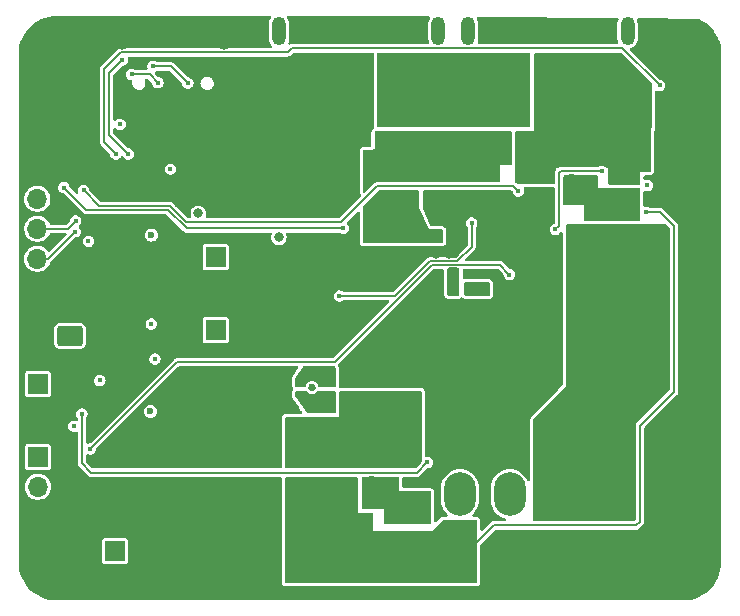
<source format=gbr>
%TF.GenerationSoftware,KiCad,Pcbnew,(7.0.0)*%
%TF.CreationDate,2023-09-07T01:40:49+01:00*%
%TF.ProjectId,PDU,5044552e-6b69-4636-9164-5f7063625858,rev?*%
%TF.SameCoordinates,Original*%
%TF.FileFunction,Copper,L4,Bot*%
%TF.FilePolarity,Positive*%
%FSLAX46Y46*%
G04 Gerber Fmt 4.6, Leading zero omitted, Abs format (unit mm)*
G04 Created by KiCad (PCBNEW (7.0.0)) date 2023-09-07 01:40:49*
%MOMM*%
%LPD*%
G01*
G04 APERTURE LIST*
G04 Aperture macros list*
%AMRoundRect*
0 Rectangle with rounded corners*
0 $1 Rounding radius*
0 $2 $3 $4 $5 $6 $7 $8 $9 X,Y pos of 4 corners*
0 Add a 4 corners polygon primitive as box body*
4,1,4,$2,$3,$4,$5,$6,$7,$8,$9,$2,$3,0*
0 Add four circle primitives for the rounded corners*
1,1,$1+$1,$2,$3*
1,1,$1+$1,$4,$5*
1,1,$1+$1,$6,$7*
1,1,$1+$1,$8,$9*
0 Add four rect primitives between the rounded corners*
20,1,$1+$1,$2,$3,$4,$5,0*
20,1,$1+$1,$4,$5,$6,$7,0*
20,1,$1+$1,$6,$7,$8,$9,0*
20,1,$1+$1,$8,$9,$2,$3,0*%
G04 Aperture macros list end*
%TA.AperFunction,SMDPad,CuDef*%
%ADD10RoundRect,0.200000X0.275000X-0.200000X0.275000X0.200000X-0.275000X0.200000X-0.275000X-0.200000X0*%
%TD*%
%TA.AperFunction,SMDPad,CuDef*%
%ADD11RoundRect,0.225000X0.225000X0.250000X-0.225000X0.250000X-0.225000X-0.250000X0.225000X-0.250000X0*%
%TD*%
%TA.AperFunction,ComponentPad*%
%ADD12O,0.900000X2.000000*%
%TD*%
%TA.AperFunction,ComponentPad*%
%ADD13O,0.900000X1.700000*%
%TD*%
%TA.AperFunction,ComponentPad*%
%ADD14RoundRect,0.250000X0.850000X0.600000X-0.850000X0.600000X-0.850000X-0.600000X0.850000X-0.600000X0*%
%TD*%
%TA.AperFunction,ComponentPad*%
%ADD15O,2.200000X1.700000*%
%TD*%
%TA.AperFunction,ComponentPad*%
%ADD16R,3.716000X3.716000*%
%TD*%
%TA.AperFunction,ComponentPad*%
%ADD17C,3.716000*%
%TD*%
%TA.AperFunction,ComponentPad*%
%ADD18O,1.200000X2.400000*%
%TD*%
%TA.AperFunction,ComponentPad*%
%ADD19R,1.700000X1.700000*%
%TD*%
%TA.AperFunction,ComponentPad*%
%ADD20O,1.700000X1.700000*%
%TD*%
%TA.AperFunction,ComponentPad*%
%ADD21C,5.600000*%
%TD*%
%TA.AperFunction,ComponentPad*%
%ADD22RoundRect,0.250001X1.099999X1.599999X-1.099999X1.599999X-1.099999X-1.599999X1.099999X-1.599999X0*%
%TD*%
%TA.AperFunction,ComponentPad*%
%ADD23O,2.700000X3.700000*%
%TD*%
%TA.AperFunction,ViaPad*%
%ADD24C,0.800000*%
%TD*%
%TA.AperFunction,ViaPad*%
%ADD25C,0.450000*%
%TD*%
%TA.AperFunction,ViaPad*%
%ADD26C,0.600000*%
%TD*%
%TA.AperFunction,Conductor*%
%ADD27C,0.200000*%
%TD*%
%TA.AperFunction,Conductor*%
%ADD28C,0.150000*%
%TD*%
G04 APERTURE END LIST*
D10*
%TO.P,R37,1*%
%TO.N,Net-(C16-Pad2)*%
X103530000Y-44960000D03*
%TO.P,R37,2*%
%TO.N,GND*%
X103530000Y-43310000D03*
%TD*%
D11*
%TO.P,C16,2*%
%TO.N,Net-(C16-Pad2)*%
X103545000Y-46360000D03*
%TO.P,C16,1*%
%TO.N,/Bucks/SW*%
X105095000Y-46360000D03*
%TD*%
D12*
%TO.P,J3,S1,SHIELD*%
%TO.N,GND*%
X84149999Y-29429999D03*
D13*
X84149999Y-25259999D03*
D12*
X75509999Y-29429999D03*
D13*
X75509999Y-25259999D03*
%TD*%
D14*
%TO.P,J1,1,Pin_1*%
%TO.N,/ARMING*%
X71110000Y-50355000D03*
D15*
%TO.P,J1,2,Pin_2*%
%TO.N,GND*%
X71109999Y-47854999D03*
%TD*%
D16*
%TO.P,J7,1,+*%
%TO.N,Net-(J7-+)*%
X99159999Y-30569999D03*
D17*
%TO.P,J7,2,-*%
%TO.N,GND*%
X91960000Y-30570000D03*
D18*
%TO.P,J7,S1*%
%TO.N,N/C*%
X102309999Y-24569999D03*
%TO.P,J7,S2*%
X88809999Y-24569999D03*
%TD*%
D19*
%TO.P,ENJUMPER1,1,Pin_1*%
%TO.N,/CHIP_PU*%
X83449999Y-43689999D03*
D20*
%TO.P,ENJUMPER1,2,Pin_2*%
%TO.N,GND*%
X83449999Y-46229999D03*
%TD*%
D19*
%TO.P,J2,1,Pin_1*%
%TO.N,+3V3*%
X74909999Y-68559999D03*
D20*
%TO.P,J2,2,Pin_2*%
%TO.N,GND*%
X74909999Y-71099999D03*
%TD*%
D19*
%TO.P,J8,1,Pin_1*%
%TO.N,GND*%
X68349999Y-36199999D03*
D20*
%TO.P,J8,2,Pin_2*%
%TO.N,+3V3*%
X68349999Y-38739999D03*
%TO.P,J8,3,Pin_3*%
%TO.N,/SCL*%
X68349999Y-41279999D03*
%TO.P,J8,4,Pin_4*%
%TO.N,/SDA*%
X68349999Y-43819999D03*
%TD*%
D21*
%TO.P,H3,1,1*%
%TO.N,GND*%
X123000000Y-26500000D03*
%TD*%
%TO.P,H1,1,1*%
%TO.N,GND*%
X70000000Y-69500000D03*
%TD*%
D19*
%TO.P,J6,1,Pin_1*%
%TO.N,Net-(J6-Pin_1)*%
X68389999Y-60589999D03*
D20*
%TO.P,J6,2,Pin_2*%
%TO.N,+3V3*%
X68389999Y-63129999D03*
%TD*%
D22*
%TO.P,J5,1,Pin_1*%
%TO.N,GND*%
X116740000Y-69230000D03*
D23*
%TO.P,J5,2,Pin_2*%
X112539999Y-69229999D03*
%TO.P,J5,3,Pin_3*%
X108339999Y-69229999D03*
%TO.P,J5,4,Pin_4*%
%TO.N,Net-(J5-Pin_4)*%
X104139999Y-69229999D03*
%TO.P,J5,5,Pin_5*%
%TO.N,Net-(J5-Pin_5)*%
X116739999Y-63729999D03*
%TO.P,J5,6,Pin_6*%
X112539999Y-63729999D03*
%TO.P,J5,7,Pin_7*%
%TO.N,/CAN+*%
X108339999Y-63729999D03*
%TO.P,J5,8,Pin_8*%
%TO.N,/CAN-*%
X104139999Y-63729999D03*
%TD*%
D19*
%TO.P,J4,1,Pin_1*%
%TO.N,Net-(J4-Pin_1)*%
X68389999Y-54419999D03*
D20*
%TO.P,J4,2,Pin_2*%
%TO.N,GND*%
X68389999Y-56959999D03*
%TD*%
D19*
%TO.P,BOOTJUMPER1,1,Pin_1*%
%TO.N,/BOOT*%
X83444999Y-49859999D03*
D20*
%TO.P,BOOTJUMPER1,2,Pin_2*%
%TO.N,GND*%
X80904999Y-49859999D03*
%TD*%
D21*
%TO.P,H2,1,1*%
%TO.N,GND*%
X70000000Y-26500000D03*
%TD*%
D16*
%TO.P,J9,1,+*%
%TO.N,+12V*%
X115169999Y-30559999D03*
D17*
%TO.P,J9,2,-*%
%TO.N,Net-(J7-+)*%
X107970000Y-30560000D03*
D18*
%TO.P,J9,S1*%
%TO.N,N/C*%
X118319999Y-24559999D03*
%TO.P,J9,S2*%
X104819999Y-24559999D03*
%TD*%
D21*
%TO.P,H4,1,1*%
%TO.N,GND*%
X123000000Y-69500000D03*
%TD*%
D24*
%TO.N,/Bucks/SW*%
X106140000Y-46390000D03*
D25*
%TO.N,+3V3*%
X78310000Y-52310000D03*
X72680000Y-42340000D03*
D24*
X88800000Y-42000000D03*
X81980000Y-39980000D03*
D25*
X75350000Y-32440000D03*
X79620000Y-36230000D03*
X71440000Y-57990000D03*
X77990000Y-49330000D03*
X73640000Y-54110000D03*
X119990000Y-37610000D03*
D26*
X77928980Y-56738000D03*
X78000000Y-41800000D03*
%TO.N,+12V*%
X114400000Y-35000000D03*
X116500000Y-33000000D03*
X118500000Y-34700000D03*
X109600000Y-35200000D03*
X118500000Y-29000000D03*
X116000000Y-35600000D03*
X112800000Y-33600000D03*
X114400000Y-35600000D03*
X114000000Y-27500000D03*
X118500000Y-31000000D03*
X116000000Y-34400000D03*
X118500000Y-33000000D03*
X110400000Y-35200000D03*
X110400000Y-36000000D03*
X109600000Y-36000000D03*
X109600000Y-34400000D03*
X112800000Y-35200000D03*
X115200000Y-34400000D03*
X118500000Y-36400000D03*
X114400000Y-34400000D03*
X114500000Y-33000000D03*
X115200000Y-35600000D03*
X112000000Y-29000000D03*
X116500000Y-27500000D03*
X110400000Y-34400000D03*
X115200000Y-35000000D03*
X112000000Y-31000000D03*
X116000000Y-35000000D03*
D25*
%TO.N,GND*%
X76000000Y-43800000D03*
D24*
X76200000Y-37100000D03*
D26*
X91300000Y-43000000D03*
X67070000Y-33203333D03*
X82800000Y-62970000D03*
D25*
X76000000Y-43100000D03*
D26*
X72766666Y-23720000D03*
X97340736Y-23670000D03*
X99330000Y-72281500D03*
D25*
X81010000Y-36760000D03*
D26*
X114373332Y-72240000D03*
D25*
X77600000Y-46600000D03*
D24*
X73500000Y-35900000D03*
D25*
X80210000Y-39260000D03*
X75000000Y-44600000D03*
D24*
X73500000Y-38250000D03*
D26*
X84500000Y-64300000D03*
X67070000Y-62661664D03*
X81550000Y-42140000D03*
D24*
X76250000Y-38250000D03*
X74800000Y-37100000D03*
D26*
X67070000Y-66870000D03*
X79700000Y-57900000D03*
X78460000Y-69465000D03*
D24*
X73500000Y-37100000D03*
D25*
X78920000Y-45830000D03*
X80300000Y-44500000D03*
D26*
X125800000Y-41258335D03*
D25*
X72820000Y-43510000D03*
D24*
X102135000Y-43380000D03*
D25*
X75000000Y-45300000D03*
X75650000Y-41710000D03*
D26*
X92000000Y-50800000D03*
X82596294Y-23670000D03*
X87900000Y-66000000D03*
X87511108Y-23670000D03*
X124270000Y-44440000D03*
X87000000Y-59500000D03*
X74257780Y-72440000D03*
D24*
X103194000Y-43386000D03*
D26*
X81012980Y-68840000D03*
X91300000Y-42100000D03*
X125800000Y-37050002D03*
X86300000Y-64300000D03*
X125800000Y-28633336D03*
D24*
X76200000Y-35900000D03*
D26*
X84400000Y-67700000D03*
X110800000Y-54000000D03*
X125800000Y-58091667D03*
X109600000Y-50600000D03*
X67070000Y-45828332D03*
X92000000Y-49200000D03*
X92000000Y-47800000D03*
X85900000Y-42230000D03*
D25*
X76210000Y-44750000D03*
X80300000Y-45200000D03*
D26*
X92425922Y-23670000D03*
X93700000Y-40000000D03*
X67070000Y-41619999D03*
X91600000Y-54700000D03*
X108400000Y-52950000D03*
X125800000Y-32841669D03*
X104350000Y-72281500D03*
X84286668Y-72281500D03*
X122720000Y-30730000D03*
X86230000Y-39670000D03*
X96700000Y-44100000D03*
X111660000Y-38100000D03*
D25*
X78300000Y-46600000D03*
D24*
X103835000Y-41980000D03*
D25*
X79100000Y-46600000D03*
D26*
X88000000Y-55900000D03*
D25*
X79900000Y-46600000D03*
D26*
X122720000Y-35720000D03*
X112000000Y-54000000D03*
X95200000Y-44100000D03*
D25*
X75800000Y-42400000D03*
D26*
X125800000Y-53883334D03*
D24*
X74750000Y-38250000D03*
D26*
X124250000Y-42500000D03*
X109600000Y-54000000D03*
X89320000Y-72281500D03*
D25*
X77220000Y-32830000D03*
D26*
X107170364Y-23670000D03*
X109350000Y-72270000D03*
X94315556Y-72281500D03*
X67070000Y-50036665D03*
X67070000Y-54244998D03*
D24*
X74800000Y-35900000D03*
D26*
X98200000Y-44100000D03*
X112000000Y-50600000D03*
X119400000Y-72240000D03*
X112085178Y-23700000D03*
X117000000Y-23700000D03*
X107800000Y-43700000D03*
X125800000Y-62300000D03*
X110800000Y-50600000D03*
X86300000Y-67700000D03*
D25*
X75300000Y-44000000D03*
D26*
X67070000Y-28995000D03*
X122650000Y-40250000D03*
X122670000Y-38020000D03*
X125800000Y-45466668D03*
X108400000Y-51750000D03*
X125800000Y-66508336D03*
X77681480Y-23670000D03*
D25*
X80300000Y-46000000D03*
D26*
X83100000Y-66000000D03*
X125800000Y-49675001D03*
X79280000Y-72281500D03*
X67070000Y-37411666D03*
%TO.N,Net-(J5-Pin_4)*%
X90250000Y-70000000D03*
X97600000Y-67200000D03*
X98300000Y-67800000D03*
X92750000Y-63500000D03*
X90500000Y-63500000D03*
X98500000Y-70000000D03*
X98300000Y-68400000D03*
X99000000Y-67200000D03*
X95000000Y-63500000D03*
X99000000Y-68400000D03*
X97600000Y-67800000D03*
X96000000Y-68000000D03*
X97600000Y-68400000D03*
D25*
X119910000Y-39890000D03*
D26*
X99000000Y-67800000D03*
X98300000Y-67200000D03*
X101000000Y-70000000D03*
X93000000Y-69000000D03*
X96000000Y-70000000D03*
X101000000Y-68000000D03*
X90250000Y-68000000D03*
%TO.N,Net-(J5-Pin_5)*%
X117500000Y-45000000D03*
X118200000Y-50670000D03*
X114400000Y-42700000D03*
X116100000Y-56600000D03*
X115200000Y-42700000D03*
X111600000Y-59600000D03*
X113100000Y-56600000D03*
X115200000Y-42100000D03*
X121240000Y-52770000D03*
X118200000Y-54000000D03*
X120500000Y-45000000D03*
X114500000Y-45000000D03*
X116000000Y-48000000D03*
X114600000Y-59600000D03*
X119000000Y-42000000D03*
X121240000Y-51770000D03*
X115900000Y-41500000D03*
X116400000Y-52770000D03*
X119800000Y-54000000D03*
X117600000Y-59600000D03*
X119800000Y-50700000D03*
X115900000Y-42700000D03*
X115900000Y-42100000D03*
X115150000Y-41495000D03*
X116400000Y-51770000D03*
X114400000Y-42100000D03*
X119000000Y-48000000D03*
X114400000Y-41500000D03*
%TO.N,Net-(IC2-EN)*%
X108100000Y-33500000D03*
X107400000Y-35600000D03*
X97000000Y-36200000D03*
X98700000Y-40900000D03*
D24*
X101810000Y-41930000D03*
D26*
X97000000Y-36900000D03*
X107400000Y-33500000D03*
X96300000Y-36900000D03*
X96500000Y-39300000D03*
X97300000Y-39300000D03*
X107400000Y-34900000D03*
X99400000Y-40900000D03*
X107400000Y-34200000D03*
X97000000Y-34800000D03*
X97000000Y-35500000D03*
%TO.N,Net-(J7-+)*%
X102250000Y-29000000D03*
X103500000Y-30500000D03*
X101000000Y-27500000D03*
X109000000Y-27500000D03*
X103500000Y-27500000D03*
X102250000Y-32000000D03*
X105000000Y-32000000D03*
X105000000Y-29000000D03*
X98500000Y-27500000D03*
X106500000Y-27500000D03*
D25*
%TO.N,Net-(J3-CC1)*%
X81090000Y-28940000D03*
X78140000Y-27530000D03*
%TO.N,/SCL*%
X71600000Y-40620000D03*
%TO.N,Net-(J3-CC2)*%
X78560000Y-28910000D03*
X76350000Y-28203000D03*
%TO.N,Net-(J4-Pin_1)*%
X101360000Y-61062500D03*
X72120000Y-56960000D03*
%TO.N,/SDA*%
X71562500Y-41522500D03*
D26*
%TO.N,RBUS_uC_V*%
X98500000Y-55750000D03*
X99000000Y-60700000D03*
X99000000Y-60100000D03*
X97600000Y-61300000D03*
X90500000Y-57750000D03*
D25*
X93930000Y-46970000D03*
D26*
X98300000Y-61300000D03*
X90500000Y-59750000D03*
X97600000Y-60700000D03*
X95250000Y-61000000D03*
X98300000Y-60700000D03*
X92250000Y-61000000D03*
X96750000Y-57250000D03*
X99000000Y-61300000D03*
X98300000Y-60100000D03*
X95250000Y-55750000D03*
D25*
X105130000Y-40794000D03*
D26*
X98500000Y-58500000D03*
X95250000Y-58500000D03*
X97600000Y-60100000D03*
X93750000Y-59750000D03*
D25*
%TO.N,/3V3Filter/LX1*%
X93200000Y-56500000D03*
X92500000Y-56500000D03*
X91000000Y-55730000D03*
X91000000Y-56300000D03*
%TO.N,/3V3Filter/LX2*%
X93200000Y-54400000D03*
X91020000Y-53750000D03*
X92500000Y-54400000D03*
X91010000Y-53100000D03*
%TO.N,/LIPOPOWER*%
X72260000Y-38030000D03*
X109070000Y-38090000D03*
%TO.N,/USBPOWER*%
X70600000Y-37790000D03*
X94230000Y-41240000D03*
%TO.N,/BattVoltage*%
X121030000Y-29140000D03*
X75000000Y-34940000D03*
%TO.N,/DepVoltage*%
X75535000Y-26985000D03*
X76050000Y-34950000D03*
D26*
%TO.N,Net-(Q7-S_1)*%
X98100000Y-64700000D03*
X99300000Y-64700000D03*
X99900000Y-64700000D03*
X99900000Y-65900000D03*
X96700000Y-62500000D03*
X97900000Y-63700000D03*
X96700000Y-63700000D03*
X98700000Y-64700000D03*
X98500000Y-63700000D03*
X96700000Y-63100000D03*
X97300000Y-63700000D03*
X99900000Y-65300000D03*
%TO.N,Net-(Q10-S_1)*%
X113590000Y-37516500D03*
X116700000Y-40300000D03*
X115400000Y-38100000D03*
X114900000Y-39100000D03*
X116700000Y-39100000D03*
X115500000Y-39100000D03*
X114800000Y-38100000D03*
X113600000Y-36920000D03*
X113600000Y-38100000D03*
X116100000Y-39100000D03*
X114200000Y-38100000D03*
X116700000Y-39700000D03*
D25*
%TO.N,Net-(Q10-G)*%
X112210000Y-41330000D03*
X116130000Y-36420000D03*
%TO.N,Net-(J6-Pin_1)*%
X108310000Y-45150000D03*
X72840000Y-59910000D03*
%TD*%
D27*
%TO.N,Net-(J5-Pin_4)*%
X122270000Y-55080000D02*
X119380000Y-57970000D01*
X106980000Y-66390000D02*
X104140000Y-69230000D01*
X122270000Y-41060000D02*
X122270000Y-55080000D01*
X121100000Y-39890000D02*
X122270000Y-41060000D01*
X119380000Y-57970000D02*
X119380000Y-66070000D01*
X119380000Y-66070000D02*
X119060000Y-66390000D01*
X119060000Y-66390000D02*
X106980000Y-66390000D01*
X119910000Y-39890000D02*
X121100000Y-39890000D01*
%TO.N,Net-(J3-CC1)*%
X81090000Y-28940000D02*
X79680000Y-27530000D01*
X79680000Y-27530000D02*
X78140000Y-27530000D01*
D28*
%TO.N,/SCL*%
X70940000Y-41280000D02*
X68350000Y-41280000D01*
X71600000Y-40620000D02*
X70940000Y-41280000D01*
D27*
%TO.N,Net-(J3-CC2)*%
X78560000Y-28910000D02*
X77853000Y-28203000D01*
X77853000Y-28203000D02*
X76350000Y-28203000D01*
%TO.N,Net-(J4-Pin_1)*%
X101360000Y-61062500D02*
X100502500Y-61920000D01*
X72900000Y-61920000D02*
X72120000Y-61140000D01*
X72120000Y-61140000D02*
X72120000Y-56960000D01*
X100502500Y-61920000D02*
X72900000Y-61920000D01*
D28*
%TO.N,/SDA*%
X69265000Y-43820000D02*
X68350000Y-43820000D01*
X71562500Y-41522500D02*
X69265000Y-43820000D01*
%TO.N,RBUS_uC_V*%
X103917000Y-44013000D02*
X101624552Y-44013000D01*
X98667552Y-46970000D02*
X93930000Y-46970000D01*
X105130000Y-40794000D02*
X105130000Y-42800000D01*
X105130000Y-42800000D02*
X103917000Y-44013000D01*
X101624552Y-44013000D02*
X98667552Y-46970000D01*
D27*
%TO.N,/LIPOPOWER*%
X73583000Y-39353000D02*
X79563000Y-39353000D01*
X94090000Y-40700000D02*
X97110000Y-37680000D01*
X97110000Y-37680000D02*
X108660000Y-37680000D01*
X108660000Y-37680000D02*
X109070000Y-38090000D01*
X79563000Y-39353000D02*
X80910000Y-40700000D01*
X80910000Y-40700000D02*
X94090000Y-40700000D01*
X72260000Y-38030000D02*
X73583000Y-39353000D01*
%TO.N,/USBPOWER*%
X70600000Y-37790000D02*
X72490000Y-39680000D01*
X79427552Y-39680000D02*
X80987552Y-41240000D01*
X72490000Y-39680000D02*
X79427552Y-39680000D01*
X80987552Y-41240000D02*
X94230000Y-41240000D01*
%TO.N,/BattVoltage*%
X73990000Y-27770000D02*
X75420000Y-26340000D01*
X117890000Y-26000000D02*
X121030000Y-29140000D01*
X75420000Y-26340000D02*
X89560000Y-26340000D01*
X89560000Y-26340000D02*
X89900000Y-26000000D01*
X89900000Y-26000000D02*
X117890000Y-26000000D01*
X73990000Y-33930000D02*
X73990000Y-27770000D01*
X75000000Y-34940000D02*
X73990000Y-33930000D01*
%TO.N,/DepVoltage*%
X74430000Y-28090000D02*
X74430000Y-33330000D01*
X75535000Y-26985000D02*
X74430000Y-28090000D01*
X74430000Y-33330000D02*
X76050000Y-34950000D01*
%TO.N,Net-(Q10-G)*%
X112530000Y-41010000D02*
X112530000Y-36523000D01*
X112210000Y-41330000D02*
X112530000Y-41010000D01*
X112530000Y-36523000D02*
X112660000Y-36393000D01*
X112660000Y-36393000D02*
X116103000Y-36393000D01*
X116103000Y-36393000D02*
X116130000Y-36420000D01*
D28*
%TO.N,Net-(J6-Pin_1)*%
X107500000Y-44340000D02*
X108310000Y-45150000D01*
X93520000Y-52580000D02*
X101760000Y-44340000D01*
X101760000Y-44340000D02*
X107500000Y-44340000D01*
X72840000Y-59910000D02*
X80170000Y-52580000D01*
X80170000Y-52580000D02*
X93520000Y-52580000D01*
%TD*%
%TA.AperFunction,Conductor*%
%TO.N,Net-(Q10-S_1)*%
G36*
X115738000Y-36764113D02*
G01*
X115783387Y-36809500D01*
X115800000Y-36871500D01*
X115800000Y-37800000D01*
X119276000Y-37800000D01*
X119338000Y-37816613D01*
X119383387Y-37862000D01*
X119400000Y-37924000D01*
X119400000Y-40476000D01*
X119383387Y-40538000D01*
X119338000Y-40583387D01*
X119276000Y-40600000D01*
X114724000Y-40600000D01*
X114662000Y-40583387D01*
X114616613Y-40538000D01*
X114600000Y-40476000D01*
X114600000Y-39316326D01*
X114600000Y-39300000D01*
X114583674Y-39300000D01*
X113008500Y-39300000D01*
X112946500Y-39283387D01*
X112901113Y-39238000D01*
X112884500Y-39176000D01*
X112884500Y-36871500D01*
X112901113Y-36809500D01*
X112946500Y-36764113D01*
X113008500Y-36747500D01*
X115676000Y-36747500D01*
X115738000Y-36764113D01*
G37*
%TD.AperFunction*%
%TD*%
%TA.AperFunction,Conductor*%
%TO.N,Net-(Q7-S_1)*%
G36*
X98938000Y-62291113D02*
G01*
X98983387Y-62336500D01*
X99000000Y-62398500D01*
X99000000Y-63500000D01*
X101576000Y-63500000D01*
X101638000Y-63516613D01*
X101683387Y-63562000D01*
X101700000Y-63624000D01*
X101700000Y-66176000D01*
X101683387Y-66238000D01*
X101638000Y-66283387D01*
X101576000Y-66300000D01*
X97824000Y-66300000D01*
X97762000Y-66283387D01*
X97716613Y-66238000D01*
X97700000Y-66176000D01*
X97700000Y-65016326D01*
X97700000Y-65000000D01*
X97683674Y-65000000D01*
X95924000Y-65000000D01*
X95862000Y-64983387D01*
X95816613Y-64938000D01*
X95800000Y-64876000D01*
X95800000Y-62398500D01*
X95816613Y-62336500D01*
X95862000Y-62291113D01*
X95924000Y-62274500D01*
X98876000Y-62274500D01*
X98938000Y-62291113D01*
G37*
%TD.AperFunction*%
%TD*%
%TA.AperFunction,Conductor*%
%TO.N,Net-(IC2-EN)*%
G36*
X100638000Y-38051113D02*
G01*
X100683387Y-38096500D01*
X100700000Y-38158500D01*
X100700000Y-39500000D01*
X101500000Y-41300000D01*
X102576000Y-41300000D01*
X102638000Y-41316613D01*
X102683387Y-41362000D01*
X102700000Y-41424000D01*
X102700000Y-42376000D01*
X102683387Y-42438000D01*
X102638000Y-42483387D01*
X102576000Y-42500000D01*
X96024000Y-42500000D01*
X95962000Y-42483387D01*
X95916613Y-42438000D01*
X95900000Y-42376000D01*
X95900000Y-39442701D01*
X95909439Y-39395248D01*
X95936319Y-39355020D01*
X97220520Y-38070819D01*
X97260748Y-38043939D01*
X97308201Y-38034500D01*
X100576000Y-38034500D01*
X100638000Y-38051113D01*
G37*
%TD.AperFunction*%
%TA.AperFunction,Conductor*%
G36*
X108438000Y-33016613D02*
G01*
X108483387Y-33062000D01*
X108500000Y-33124000D01*
X108500000Y-35776000D01*
X108483387Y-35838000D01*
X108438000Y-35883387D01*
X108376000Y-35900000D01*
X107500000Y-35900000D01*
X107500000Y-35916326D01*
X107500000Y-37201500D01*
X107483387Y-37263500D01*
X107438000Y-37308887D01*
X107376000Y-37325500D01*
X97159628Y-37325500D01*
X97136144Y-37323064D01*
X97134905Y-37323012D01*
X97124853Y-37320905D01*
X97114661Y-37322175D01*
X97114654Y-37322175D01*
X97094961Y-37324630D01*
X97089864Y-37325159D01*
X97085748Y-37325500D01*
X97080623Y-37325500D01*
X97075568Y-37326343D01*
X97075560Y-37326344D01*
X97061395Y-37328707D01*
X97056332Y-37329444D01*
X97017642Y-37334267D01*
X97017634Y-37334269D01*
X97007449Y-37335539D01*
X97000705Y-37338835D01*
X96993302Y-37340071D01*
X96984275Y-37344955D01*
X96984269Y-37344958D01*
X96949954Y-37363527D01*
X96945406Y-37365868D01*
X96910388Y-37382988D01*
X96910381Y-37382992D01*
X96901160Y-37387501D01*
X96895852Y-37392808D01*
X96889251Y-37396381D01*
X96882299Y-37403931D01*
X96882297Y-37403934D01*
X96855877Y-37432633D01*
X96852330Y-37436329D01*
X96111681Y-38176979D01*
X96062318Y-38207229D01*
X96004602Y-38211771D01*
X95951115Y-38189616D01*
X95913515Y-38145593D01*
X95900000Y-38089298D01*
X95900000Y-34724000D01*
X95916613Y-34662000D01*
X95962000Y-34616613D01*
X96024000Y-34600000D01*
X96883674Y-34600000D01*
X96900000Y-34600000D01*
X96900000Y-33124000D01*
X96916613Y-33062000D01*
X96962000Y-33016613D01*
X97024000Y-33000000D01*
X108376000Y-33000000D01*
X108438000Y-33016613D01*
G37*
%TD.AperFunction*%
%TD*%
%TA.AperFunction,Conductor*%
%TO.N,Net-(J5-Pin_4)*%
G36*
X95438000Y-62291113D02*
G01*
X95483387Y-62336500D01*
X95500000Y-62398500D01*
X95500000Y-65300000D01*
X96682687Y-65300000D01*
X96744911Y-65316742D01*
X96790332Y-65362448D01*
X96806685Y-65424775D01*
X96797465Y-66900000D01*
X96813854Y-66900000D01*
X101786963Y-66900000D01*
X101800000Y-66900000D01*
X102663056Y-65941048D01*
X102704777Y-65910726D01*
X102755225Y-65900000D01*
X105476000Y-65900000D01*
X105538000Y-65916613D01*
X105583387Y-65962000D01*
X105600000Y-66024000D01*
X105600000Y-71176000D01*
X105583387Y-71238000D01*
X105538000Y-71283387D01*
X105476000Y-71300000D01*
X89424000Y-71300000D01*
X89362000Y-71283387D01*
X89316613Y-71238000D01*
X89300000Y-71176000D01*
X89300000Y-62398500D01*
X89316613Y-62336500D01*
X89362000Y-62291113D01*
X89424000Y-62274500D01*
X95376000Y-62274500D01*
X95438000Y-62291113D01*
G37*
%TD.AperFunction*%
%TD*%
%TA.AperFunction,Conductor*%
%TO.N,+12V*%
G36*
X117784752Y-26409439D02*
G01*
X117824980Y-26436319D01*
X119168304Y-27779643D01*
X120362844Y-28974182D01*
X120390038Y-29015175D01*
X120399152Y-29063516D01*
X120301631Y-36377653D01*
X120284474Y-36438952D01*
X120239164Y-36483662D01*
X120177642Y-36500000D01*
X119400000Y-36500000D01*
X119400000Y-36516326D01*
X119400000Y-37416500D01*
X119383387Y-37478500D01*
X119338000Y-37523887D01*
X119276000Y-37540500D01*
X116824000Y-37540500D01*
X116762000Y-37523887D01*
X116716613Y-37478500D01*
X116700000Y-37416500D01*
X116700000Y-36116326D01*
X116700000Y-36100000D01*
X116683674Y-36100000D01*
X116543818Y-36100000D01*
X116492307Y-36088794D01*
X116460787Y-36065199D01*
X116459746Y-36066402D01*
X116453043Y-36060594D01*
X116447235Y-36053891D01*
X116392590Y-36018773D01*
X116338699Y-35984139D01*
X116338695Y-35984137D01*
X116331240Y-35979346D01*
X116322734Y-35976848D01*
X116322731Y-35976847D01*
X116243833Y-35953681D01*
X116198942Y-35940500D01*
X116061058Y-35940500D01*
X116052547Y-35942998D01*
X116052547Y-35942999D01*
X115937268Y-35976847D01*
X115937262Y-35976849D01*
X115928760Y-35979346D01*
X115921306Y-35984136D01*
X115921300Y-35984139D01*
X115867343Y-36018816D01*
X115800304Y-36038500D01*
X112709628Y-36038500D01*
X112686144Y-36036064D01*
X112684905Y-36036012D01*
X112674853Y-36033905D01*
X112664661Y-36035175D01*
X112664654Y-36035175D01*
X112644961Y-36037630D01*
X112639864Y-36038159D01*
X112635748Y-36038500D01*
X112630623Y-36038500D01*
X112625568Y-36039343D01*
X112625560Y-36039344D01*
X112611395Y-36041707D01*
X112606332Y-36042444D01*
X112567642Y-36047267D01*
X112567634Y-36047269D01*
X112557449Y-36048539D01*
X112550705Y-36051835D01*
X112543302Y-36053071D01*
X112534275Y-36057955D01*
X112534269Y-36057958D01*
X112499954Y-36076527D01*
X112495410Y-36078866D01*
X112477965Y-36087396D01*
X112423496Y-36100000D01*
X112316326Y-36100000D01*
X112300000Y-36100000D01*
X112300000Y-36116326D01*
X112300000Y-36198772D01*
X112293280Y-36239038D01*
X112273849Y-36274940D01*
X112268098Y-36282328D01*
X112264878Y-36286294D01*
X112262176Y-36289483D01*
X112258558Y-36293103D01*
X112255584Y-36297267D01*
X112255578Y-36297275D01*
X112247234Y-36308961D01*
X112244178Y-36313059D01*
X112220224Y-36343836D01*
X112220220Y-36343842D01*
X112213915Y-36351944D01*
X112211478Y-36359042D01*
X112207116Y-36365152D01*
X112204186Y-36374994D01*
X112193055Y-36412378D01*
X112191494Y-36417248D01*
X112178835Y-36454126D01*
X112178834Y-36454131D01*
X112175500Y-36463844D01*
X112175500Y-36471349D01*
X112173358Y-36478544D01*
X112173782Y-36488807D01*
X112173782Y-36488812D01*
X112175394Y-36527763D01*
X112175500Y-36532888D01*
X112175500Y-37376000D01*
X112158887Y-37438000D01*
X112113500Y-37483387D01*
X112051500Y-37500000D01*
X109032958Y-37500000D01*
X108973940Y-37485054D01*
X108937921Y-37451896D01*
X108937000Y-37452745D01*
X108930039Y-37445184D01*
X108924421Y-37436584D01*
X108900650Y-37418082D01*
X108896671Y-37414850D01*
X108893521Y-37412182D01*
X108889897Y-37408558D01*
X108883613Y-37404071D01*
X108874038Y-37397234D01*
X108869936Y-37394176D01*
X108863820Y-37389416D01*
X108847838Y-37376977D01*
X108812600Y-37333585D01*
X108800000Y-37279123D01*
X108800000Y-33124000D01*
X108816613Y-33062000D01*
X108862000Y-33016613D01*
X108924000Y-33000000D01*
X110383674Y-33000000D01*
X110400000Y-33000000D01*
X110400000Y-26524000D01*
X110416613Y-26462000D01*
X110462000Y-26416613D01*
X110524000Y-26400000D01*
X117737299Y-26400000D01*
X117784752Y-26409439D01*
G37*
%TD.AperFunction*%
%TD*%
%TA.AperFunction,Conductor*%
%TO.N,Net-(J7-+)*%
G36*
X110038000Y-26371113D02*
G01*
X110083387Y-26416500D01*
X110100000Y-26478500D01*
X110100000Y-32576000D01*
X110083387Y-32638000D01*
X110038000Y-32683387D01*
X109976000Y-32700000D01*
X97224000Y-32700000D01*
X97162000Y-32683387D01*
X97116613Y-32638000D01*
X97100000Y-32576000D01*
X97100000Y-26478500D01*
X97116613Y-26416500D01*
X97162000Y-26371113D01*
X97224000Y-26354500D01*
X109976000Y-26354500D01*
X110038000Y-26371113D01*
G37*
%TD.AperFunction*%
%TD*%
%TA.AperFunction,Conductor*%
%TO.N,/3V3Filter/LX1*%
G36*
X91124958Y-55012788D02*
G01*
X91168490Y-55048513D01*
X91199577Y-55089026D01*
X91199582Y-55089031D01*
X91204526Y-55095474D01*
X91320357Y-55184355D01*
X91455246Y-55240228D01*
X91600000Y-55259285D01*
X91744754Y-55240228D01*
X91879643Y-55184355D01*
X91995474Y-55095474D01*
X92000422Y-55089026D01*
X92031510Y-55048513D01*
X92075042Y-55012788D01*
X92129885Y-55000000D01*
X93476000Y-55000000D01*
X93538000Y-55016613D01*
X93583387Y-55062000D01*
X93600000Y-55124000D01*
X93600000Y-56776000D01*
X93583387Y-56838000D01*
X93538000Y-56883387D01*
X93476000Y-56900000D01*
X91263813Y-56900000D01*
X91207073Y-56886257D01*
X91162910Y-56848074D01*
X90223097Y-55532336D01*
X90205915Y-55498104D01*
X90200000Y-55460262D01*
X90200000Y-55124000D01*
X90216613Y-55062000D01*
X90262000Y-55016613D01*
X90324000Y-55000000D01*
X91070115Y-55000000D01*
X91124958Y-55012788D01*
G37*
%TD.AperFunction*%
%TD*%
%TA.AperFunction,Conductor*%
%TO.N,RBUS_uC_V*%
G36*
X100838000Y-55016613D02*
G01*
X100883387Y-55062000D01*
X100900000Y-55124000D01*
X100900000Y-60896296D01*
X100895971Y-60924312D01*
X100895192Y-60926020D01*
X100893930Y-60934792D01*
X100893929Y-60934798D01*
X100884281Y-61001902D01*
X100872427Y-61039759D01*
X100849224Y-61071935D01*
X100391980Y-61529181D01*
X100351752Y-61556061D01*
X100304299Y-61565500D01*
X89424000Y-61565500D01*
X89362000Y-61548887D01*
X89316613Y-61503500D01*
X89300000Y-61441500D01*
X89300000Y-57324000D01*
X89316613Y-57262000D01*
X89362000Y-57216613D01*
X89424000Y-57200000D01*
X93883674Y-57200000D01*
X93900000Y-57200000D01*
X93900000Y-55124000D01*
X93916613Y-55062000D01*
X93962000Y-55016613D01*
X94024000Y-55000000D01*
X100776000Y-55000000D01*
X100838000Y-55016613D01*
G37*
%TD.AperFunction*%
%TD*%
%TA.AperFunction,Conductor*%
%TO.N,Net-(J5-Pin_5)*%
G36*
X121604752Y-40909439D02*
G01*
X121644980Y-40936319D01*
X121863681Y-41155020D01*
X121890561Y-41195248D01*
X121900000Y-41242701D01*
X121900000Y-54848638D01*
X121890561Y-54896091D01*
X121863681Y-54936319D01*
X119008638Y-57791361D01*
X119008635Y-57791364D01*
X119000000Y-57800000D01*
X119000000Y-57812211D01*
X119000000Y-65876000D01*
X118983387Y-65938000D01*
X118938000Y-65983387D01*
X118876000Y-66000000D01*
X110424000Y-66000000D01*
X110362000Y-65983387D01*
X110316613Y-65938000D01*
X110300000Y-65876000D01*
X110300000Y-57550093D01*
X110309027Y-57503647D01*
X110334794Y-57463963D01*
X113091708Y-54608588D01*
X113091707Y-54608588D01*
X113100000Y-54600000D01*
X113100000Y-41024000D01*
X113116613Y-40962000D01*
X113162000Y-40916613D01*
X113224000Y-40900000D01*
X121557299Y-40900000D01*
X121604752Y-40909439D01*
G37*
%TD.AperFunction*%
%TD*%
%TA.AperFunction,Conductor*%
%TO.N,/3V3Filter/LX2*%
G36*
X93538000Y-52926113D02*
G01*
X93583387Y-52971500D01*
X93600000Y-53033500D01*
X93600000Y-54576000D01*
X93583387Y-54638000D01*
X93538000Y-54683387D01*
X93476000Y-54700000D01*
X92268030Y-54700000D01*
X92210773Y-54685989D01*
X92166455Y-54647123D01*
X92145091Y-54592185D01*
X92142960Y-54576000D01*
X92140228Y-54555246D01*
X92084355Y-54420358D01*
X91995474Y-54304526D01*
X91879643Y-54215645D01*
X91872134Y-54212534D01*
X91872133Y-54212534D01*
X91752263Y-54162882D01*
X91752260Y-54162881D01*
X91744754Y-54159772D01*
X91736700Y-54158711D01*
X91736694Y-54158710D01*
X91608059Y-54141776D01*
X91600000Y-54140715D01*
X91591941Y-54141776D01*
X91463305Y-54158710D01*
X91463297Y-54158712D01*
X91455246Y-54159772D01*
X91447741Y-54162880D01*
X91447736Y-54162882D01*
X91327865Y-54212535D01*
X91327862Y-54212536D01*
X91320358Y-54215645D01*
X91313913Y-54220589D01*
X91313910Y-54220592D01*
X91210972Y-54299579D01*
X91210970Y-54299581D01*
X91204526Y-54304526D01*
X91199582Y-54310968D01*
X91199579Y-54310972D01*
X91120592Y-54413910D01*
X91120589Y-54413913D01*
X91115645Y-54420358D01*
X91112536Y-54427862D01*
X91112535Y-54427865D01*
X91062882Y-54547736D01*
X91062880Y-54547741D01*
X91059772Y-54555246D01*
X91058711Y-54563304D01*
X91058711Y-54563305D01*
X91054909Y-54592185D01*
X91033545Y-54647123D01*
X90989227Y-54685989D01*
X90931970Y-54700000D01*
X90324000Y-54700000D01*
X90262000Y-54683387D01*
X90216613Y-54638000D01*
X90200000Y-54576000D01*
X90200000Y-53939088D01*
X90205736Y-53901809D01*
X90222415Y-53867979D01*
X90856326Y-52962391D01*
X90900646Y-52923515D01*
X90957911Y-52909500D01*
X93476000Y-52909500D01*
X93538000Y-52926113D01*
G37*
%TD.AperFunction*%
%TD*%
%TA.AperFunction,Conductor*%
%TO.N,GND*%
G36*
X88102339Y-23264555D02*
G01*
X88148090Y-23314832D01*
X88160460Y-23381674D01*
X88135731Y-23444994D01*
X88077569Y-23521505D01*
X88077566Y-23521508D01*
X88073498Y-23526861D01*
X88070674Y-23532963D01*
X88070672Y-23532968D01*
X87998277Y-23689447D01*
X87998275Y-23689451D01*
X87995455Y-23695548D01*
X87994011Y-23702107D01*
X87994010Y-23702111D01*
X87961199Y-23851174D01*
X87955500Y-23877067D01*
X87955500Y-25216332D01*
X87970557Y-25354775D01*
X87972701Y-25361140D01*
X87972703Y-25361146D01*
X88027755Y-25524534D01*
X88029904Y-25530911D01*
X88033374Y-25536678D01*
X88107616Y-25660071D01*
X88125727Y-25690171D01*
X88130351Y-25695053D01*
X88130353Y-25695055D01*
X88207242Y-25776225D01*
X88235952Y-25825746D01*
X88239361Y-25882885D01*
X88216742Y-25935468D01*
X88172915Y-25972288D01*
X88117219Y-25985500D01*
X75469627Y-25985500D01*
X75446139Y-25983064D01*
X75444904Y-25983012D01*
X75434852Y-25980905D01*
X75424661Y-25982175D01*
X75424655Y-25982175D01*
X75404964Y-25984630D01*
X75399865Y-25985159D01*
X75395746Y-25985500D01*
X75390623Y-25985500D01*
X75385576Y-25986342D01*
X75385552Y-25986344D01*
X75371359Y-25988712D01*
X75366301Y-25989449D01*
X75327639Y-25994269D01*
X75327635Y-25994270D01*
X75317449Y-25995540D01*
X75310708Y-25998835D01*
X75303302Y-26000071D01*
X75294271Y-26004958D01*
X75294263Y-26004961D01*
X75259959Y-26023526D01*
X75255404Y-26025871D01*
X75220383Y-26042992D01*
X75211160Y-26047501D01*
X75205852Y-26052808D01*
X75199251Y-26056381D01*
X75192299Y-26063931D01*
X75192297Y-26063934D01*
X75165877Y-26092633D01*
X75162330Y-26096329D01*
X73774419Y-27484240D01*
X73756089Y-27499126D01*
X73755180Y-27499961D01*
X73746584Y-27505579D01*
X73740278Y-27513680D01*
X73740272Y-27513686D01*
X73728099Y-27529326D01*
X73724878Y-27533294D01*
X73722176Y-27536483D01*
X73718558Y-27540103D01*
X73715584Y-27544267D01*
X73715578Y-27544275D01*
X73707234Y-27555961D01*
X73704178Y-27560059D01*
X73680224Y-27590836D01*
X73680220Y-27590842D01*
X73673915Y-27598944D01*
X73671478Y-27606042D01*
X73667116Y-27612152D01*
X73664186Y-27621994D01*
X73653055Y-27659378D01*
X73651494Y-27664248D01*
X73638835Y-27701126D01*
X73638834Y-27701131D01*
X73635500Y-27710844D01*
X73635500Y-27718349D01*
X73633358Y-27725544D01*
X73633782Y-27735807D01*
X73633782Y-27735812D01*
X73635394Y-27774763D01*
X73635500Y-27779888D01*
X73635500Y-33880372D01*
X73633064Y-33903855D01*
X73633012Y-33905094D01*
X73630905Y-33915147D01*
X73632175Y-33925338D01*
X73632175Y-33925345D01*
X73634630Y-33945039D01*
X73635158Y-33950130D01*
X73635500Y-33954257D01*
X73635500Y-33959377D01*
X73636343Y-33964428D01*
X73638704Y-33978579D01*
X73639442Y-33983643D01*
X73645539Y-34032551D01*
X73648835Y-34039294D01*
X73650071Y-34046698D01*
X73654961Y-34055734D01*
X73673516Y-34090021D01*
X73675860Y-34094575D01*
X73697501Y-34138840D01*
X73702808Y-34144147D01*
X73706381Y-34150749D01*
X73713935Y-34157703D01*
X73713936Y-34157704D01*
X73742634Y-34184122D01*
X73746332Y-34187671D01*
X74489224Y-34930562D01*
X74512427Y-34962738D01*
X74524281Y-35000595D01*
X74533929Y-35067701D01*
X74533930Y-35067706D01*
X74535192Y-35076480D01*
X74538876Y-35084548D01*
X74538877Y-35084549D01*
X74585379Y-35186375D01*
X74592471Y-35201903D01*
X74598278Y-35208605D01*
X74598279Y-35208606D01*
X74676958Y-35299408D01*
X74676960Y-35299410D01*
X74682765Y-35306109D01*
X74798760Y-35380654D01*
X74931058Y-35419500D01*
X75060072Y-35419500D01*
X75068942Y-35419500D01*
X75201240Y-35380654D01*
X75317235Y-35306109D01*
X75407529Y-35201903D01*
X75411213Y-35193834D01*
X75416008Y-35186375D01*
X75417244Y-35187169D01*
X75444211Y-35152189D01*
X75494619Y-35127398D01*
X75550794Y-35127394D01*
X75601206Y-35152176D01*
X75635509Y-35196659D01*
X75642471Y-35211903D01*
X75648278Y-35218605D01*
X75648279Y-35218606D01*
X75726958Y-35309408D01*
X75726960Y-35309410D01*
X75732765Y-35316109D01*
X75740222Y-35320901D01*
X75837086Y-35383152D01*
X75848760Y-35390654D01*
X75981058Y-35429500D01*
X76110072Y-35429500D01*
X76118942Y-35429500D01*
X76251240Y-35390654D01*
X76367235Y-35316109D01*
X76457529Y-35211903D01*
X76514808Y-35086480D01*
X76534431Y-34950000D01*
X76514808Y-34813520D01*
X76457529Y-34688097D01*
X76433929Y-34660861D01*
X76373041Y-34590591D01*
X76373039Y-34590589D01*
X76367235Y-34583891D01*
X76276842Y-34525799D01*
X76258699Y-34514139D01*
X76258695Y-34514137D01*
X76251240Y-34509346D01*
X76242734Y-34506848D01*
X76242731Y-34506847D01*
X76127453Y-34472999D01*
X76127452Y-34472998D01*
X76118942Y-34470500D01*
X76110072Y-34470500D01*
X76106268Y-34469953D01*
X76068411Y-34458099D01*
X76036235Y-34434896D01*
X74820819Y-33219480D01*
X74793939Y-33179252D01*
X74784500Y-33131799D01*
X74784500Y-32852052D01*
X74798830Y-32794185D01*
X74838509Y-32749693D01*
X74894365Y-32728860D01*
X74953488Y-32736501D01*
X75002211Y-32770847D01*
X75032765Y-32806109D01*
X75148760Y-32880654D01*
X75281058Y-32919500D01*
X75410072Y-32919500D01*
X75418942Y-32919500D01*
X75551240Y-32880654D01*
X75667235Y-32806109D01*
X75757529Y-32701903D01*
X75814808Y-32576480D01*
X75834431Y-32440000D01*
X75814808Y-32303520D01*
X75757529Y-32178097D01*
X75697788Y-32109151D01*
X75673041Y-32080591D01*
X75673038Y-32080588D01*
X75667235Y-32073891D01*
X75595746Y-32027948D01*
X75558699Y-32004139D01*
X75558695Y-32004137D01*
X75551240Y-31999346D01*
X75542734Y-31996848D01*
X75542731Y-31996847D01*
X75463833Y-31973681D01*
X75418942Y-31960500D01*
X75281058Y-31960500D01*
X75272547Y-31962998D01*
X75272547Y-31962999D01*
X75157268Y-31996847D01*
X75157262Y-31996849D01*
X75148760Y-31999346D01*
X75141306Y-32004136D01*
X75141300Y-32004139D01*
X75040222Y-32069098D01*
X75040218Y-32069100D01*
X75032765Y-32073891D01*
X75002211Y-32109152D01*
X74953488Y-32143499D01*
X74894365Y-32151140D01*
X74838509Y-32130307D01*
X74798830Y-32085815D01*
X74784500Y-32027948D01*
X74784500Y-28288201D01*
X74793939Y-28240748D01*
X74819162Y-28203000D01*
X75865569Y-28203000D01*
X75866831Y-28211777D01*
X75883929Y-28330700D01*
X75883930Y-28330704D01*
X75885192Y-28339480D01*
X75888876Y-28347548D01*
X75888877Y-28347549D01*
X75934796Y-28448099D01*
X75942471Y-28464903D01*
X75948278Y-28471605D01*
X75948279Y-28471606D01*
X76026958Y-28562408D01*
X76026960Y-28562410D01*
X76032765Y-28569109D01*
X76148760Y-28643654D01*
X76241760Y-28670961D01*
X76263232Y-28677266D01*
X76281058Y-28682500D01*
X76289929Y-28682500D01*
X76290569Y-28682592D01*
X76351574Y-28709466D01*
X76389848Y-28764045D01*
X76394273Y-28829710D01*
X76391994Y-28836123D01*
X76391415Y-28844580D01*
X76391415Y-28844583D01*
X76382170Y-28979731D01*
X76382170Y-28979738D01*
X76381592Y-28988196D01*
X76383317Y-28996501D01*
X76383318Y-28996504D01*
X76391879Y-29037700D01*
X76412604Y-29137436D01*
X76416502Y-29144959D01*
X76416504Y-29144964D01*
X76444767Y-29199508D01*
X76482731Y-29272775D01*
X76513863Y-29306109D01*
X76580981Y-29377976D01*
X76580983Y-29377978D01*
X76586772Y-29384176D01*
X76717010Y-29463375D01*
X76863786Y-29504500D01*
X76973690Y-29504500D01*
X76977927Y-29504500D01*
X77091009Y-29488957D01*
X77230818Y-29428230D01*
X77349058Y-29332034D01*
X77436961Y-29207504D01*
X77488006Y-29063877D01*
X77498408Y-28911804D01*
X77467396Y-28762564D01*
X77454952Y-28738548D01*
X77441122Y-28677266D01*
X77459102Y-28617071D01*
X77504276Y-28573414D01*
X77565050Y-28557500D01*
X77654799Y-28557500D01*
X77702252Y-28566939D01*
X77742480Y-28593819D01*
X78049224Y-28900563D01*
X78072427Y-28932739D01*
X78084281Y-28970596D01*
X78093929Y-29037700D01*
X78093930Y-29037704D01*
X78095192Y-29046480D01*
X78098876Y-29054548D01*
X78098877Y-29054549D01*
X78141909Y-29148777D01*
X78152471Y-29171903D01*
X78158278Y-29178605D01*
X78158279Y-29178606D01*
X78236958Y-29269408D01*
X78236960Y-29269410D01*
X78242765Y-29276109D01*
X78250222Y-29280901D01*
X78338120Y-29337390D01*
X78358760Y-29350654D01*
X78491058Y-29389500D01*
X78620072Y-29389500D01*
X78628942Y-29389500D01*
X78761240Y-29350654D01*
X78877235Y-29276109D01*
X78967529Y-29171903D01*
X79024808Y-29046480D01*
X79044431Y-28910000D01*
X79024808Y-28773520D01*
X78967529Y-28648097D01*
X78949444Y-28627225D01*
X78883041Y-28550591D01*
X78883039Y-28550589D01*
X78877235Y-28543891D01*
X78826703Y-28511416D01*
X78768699Y-28474139D01*
X78768695Y-28474137D01*
X78761240Y-28469346D01*
X78752734Y-28466848D01*
X78752731Y-28466847D01*
X78637453Y-28432999D01*
X78637452Y-28432998D01*
X78628942Y-28430500D01*
X78620072Y-28430500D01*
X78616268Y-28429953D01*
X78578411Y-28418099D01*
X78546235Y-28394896D01*
X78316061Y-28164722D01*
X78285406Y-28114089D01*
X78281714Y-28055014D01*
X78305827Y-28000957D01*
X78342216Y-27972173D01*
X78341240Y-27970654D01*
X78444670Y-27904184D01*
X78511709Y-27884500D01*
X79481799Y-27884500D01*
X79529252Y-27893939D01*
X79569480Y-27920819D01*
X80579224Y-28930563D01*
X80602427Y-28962739D01*
X80614281Y-29000596D01*
X80623929Y-29067700D01*
X80623930Y-29067704D01*
X80625192Y-29076480D01*
X80628876Y-29084548D01*
X80628877Y-29084549D01*
X80671831Y-29178606D01*
X80682471Y-29201903D01*
X80688278Y-29208605D01*
X80688279Y-29208606D01*
X80766958Y-29299408D01*
X80766960Y-29299410D01*
X80772765Y-29306109D01*
X80888760Y-29380654D01*
X81021058Y-29419500D01*
X81150072Y-29419500D01*
X81158942Y-29419500D01*
X81291240Y-29380654D01*
X81407235Y-29306109D01*
X81497529Y-29201903D01*
X81554808Y-29076480D01*
X81567501Y-28988196D01*
X82161592Y-28988196D01*
X82163317Y-28996501D01*
X82163318Y-28996504D01*
X82171879Y-29037700D01*
X82192604Y-29137436D01*
X82196502Y-29144959D01*
X82196504Y-29144964D01*
X82224767Y-29199508D01*
X82262731Y-29272775D01*
X82293863Y-29306109D01*
X82360981Y-29377976D01*
X82360983Y-29377978D01*
X82366772Y-29384176D01*
X82497010Y-29463375D01*
X82643786Y-29504500D01*
X82753690Y-29504500D01*
X82757927Y-29504500D01*
X82871009Y-29488957D01*
X83010818Y-29428230D01*
X83129058Y-29332034D01*
X83216961Y-29207504D01*
X83268006Y-29063877D01*
X83278408Y-28911804D01*
X83247396Y-28762564D01*
X83177269Y-28627225D01*
X83099441Y-28543891D01*
X83079018Y-28522023D01*
X83079015Y-28522021D01*
X83073228Y-28515824D01*
X83065982Y-28511417D01*
X83065980Y-28511416D01*
X82950233Y-28441029D01*
X82950229Y-28441027D01*
X82942990Y-28436625D01*
X82921130Y-28430500D01*
X82804378Y-28397787D01*
X82804374Y-28397786D01*
X82796214Y-28395500D01*
X82682073Y-28395500D01*
X82677889Y-28396075D01*
X82677875Y-28396076D01*
X82577391Y-28409888D01*
X82577387Y-28409888D01*
X82568991Y-28411043D01*
X82561219Y-28414418D01*
X82561211Y-28414421D01*
X82436965Y-28468389D01*
X82436962Y-28468390D01*
X82429182Y-28471770D01*
X82422604Y-28477121D01*
X82422600Y-28477124D01*
X82317525Y-28562609D01*
X82317519Y-28562614D01*
X82310942Y-28567966D01*
X82306051Y-28574893D01*
X82306046Y-28574900D01*
X82227932Y-28685563D01*
X82227929Y-28685567D01*
X82223039Y-28692496D01*
X82220198Y-28700487D01*
X82220197Y-28700491D01*
X82174834Y-28828129D01*
X82174832Y-28828136D01*
X82171994Y-28836123D01*
X82171415Y-28844582D01*
X82171415Y-28844584D01*
X82162170Y-28979731D01*
X82162170Y-28979738D01*
X82161592Y-28988196D01*
X81567501Y-28988196D01*
X81574431Y-28940000D01*
X81554808Y-28803520D01*
X81497529Y-28678097D01*
X81451431Y-28624896D01*
X81413041Y-28580591D01*
X81413039Y-28580589D01*
X81407235Y-28573891D01*
X81399777Y-28569098D01*
X81298699Y-28504139D01*
X81298695Y-28504137D01*
X81291240Y-28499346D01*
X81282734Y-28496848D01*
X81282731Y-28496847D01*
X81167453Y-28462999D01*
X81167452Y-28462998D01*
X81158942Y-28460500D01*
X81150072Y-28460500D01*
X81146268Y-28459953D01*
X81108411Y-28448099D01*
X81076235Y-28424896D01*
X79965761Y-27314422D01*
X79950879Y-27296096D01*
X79950040Y-27295184D01*
X79944421Y-27286584D01*
X79920650Y-27268082D01*
X79916671Y-27264850D01*
X79913521Y-27262182D01*
X79909897Y-27258558D01*
X79903613Y-27254071D01*
X79894038Y-27247234D01*
X79889935Y-27244175D01*
X79859159Y-27220222D01*
X79859160Y-27220222D01*
X79851056Y-27213915D01*
X79843957Y-27211478D01*
X79837848Y-27207116D01*
X79828000Y-27204184D01*
X79827996Y-27204182D01*
X79790614Y-27193052D01*
X79785740Y-27191491D01*
X79763018Y-27183691D01*
X79739156Y-27175500D01*
X79731651Y-27175500D01*
X79724456Y-27173358D01*
X79714191Y-27173782D01*
X79714187Y-27173782D01*
X79675237Y-27175394D01*
X79670112Y-27175500D01*
X78511709Y-27175500D01*
X78444670Y-27155816D01*
X78348699Y-27094139D01*
X78348695Y-27094137D01*
X78341240Y-27089346D01*
X78332734Y-27086848D01*
X78332731Y-27086847D01*
X78253833Y-27063681D01*
X78208942Y-27050500D01*
X78071058Y-27050500D01*
X78062547Y-27052998D01*
X78062547Y-27052999D01*
X77947268Y-27086847D01*
X77947262Y-27086849D01*
X77938760Y-27089346D01*
X77931306Y-27094136D01*
X77931300Y-27094139D01*
X77830222Y-27159098D01*
X77830218Y-27159100D01*
X77822765Y-27163891D01*
X77816963Y-27170585D01*
X77816958Y-27170591D01*
X77738279Y-27261393D01*
X77738276Y-27261397D01*
X77732471Y-27268097D01*
X77728789Y-27276159D01*
X77728786Y-27276164D01*
X77692372Y-27355901D01*
X77675192Y-27393520D01*
X77673930Y-27402293D01*
X77673929Y-27402299D01*
X77659080Y-27505579D01*
X77655569Y-27530000D01*
X77656831Y-27538777D01*
X77673929Y-27657700D01*
X77673930Y-27657704D01*
X77675192Y-27666480D01*
X77678876Y-27674548D01*
X77681375Y-27683056D01*
X77680051Y-27683444D01*
X77689054Y-27733347D01*
X77669685Y-27791540D01*
X77624797Y-27833332D01*
X77565370Y-27848500D01*
X76721709Y-27848500D01*
X76654670Y-27828816D01*
X76558699Y-27767139D01*
X76558695Y-27767137D01*
X76551240Y-27762346D01*
X76542734Y-27759848D01*
X76542731Y-27759847D01*
X76439965Y-27729673D01*
X76418942Y-27723500D01*
X76281058Y-27723500D01*
X76272547Y-27725998D01*
X76272547Y-27725999D01*
X76157268Y-27759847D01*
X76157262Y-27759849D01*
X76148760Y-27762346D01*
X76141306Y-27767136D01*
X76141300Y-27767139D01*
X76040222Y-27832098D01*
X76040218Y-27832100D01*
X76032765Y-27836891D01*
X76026963Y-27843585D01*
X76026958Y-27843591D01*
X75948279Y-27934393D01*
X75948276Y-27934397D01*
X75942471Y-27941097D01*
X75938789Y-27949159D01*
X75938786Y-27949164D01*
X75888877Y-28058450D01*
X75885192Y-28066520D01*
X75883930Y-28075293D01*
X75883929Y-28075299D01*
X75867864Y-28187031D01*
X75865569Y-28203000D01*
X74819162Y-28203000D01*
X74820819Y-28200520D01*
X75136839Y-27884500D01*
X75521238Y-27500100D01*
X75553413Y-27476899D01*
X75591272Y-27465046D01*
X75595070Y-27464500D01*
X75603942Y-27464500D01*
X75736240Y-27425654D01*
X75852235Y-27351109D01*
X75942529Y-27246903D01*
X75999808Y-27121480D01*
X76019431Y-26985000D01*
X75999808Y-26848520D01*
X75999654Y-26848184D01*
X75996883Y-26796483D01*
X76019646Y-26744189D01*
X76063409Y-26707616D01*
X76118913Y-26694500D01*
X89510372Y-26694500D01*
X89533855Y-26696935D01*
X89535088Y-26696986D01*
X89545147Y-26699095D01*
X89575055Y-26695366D01*
X89580133Y-26694841D01*
X89584244Y-26694500D01*
X89589377Y-26694500D01*
X89608632Y-26691286D01*
X89613621Y-26690559D01*
X89662551Y-26684461D01*
X89669294Y-26681164D01*
X89676698Y-26679929D01*
X89720025Y-26656480D01*
X89724580Y-26654136D01*
X89768840Y-26632499D01*
X89774147Y-26627191D01*
X89780749Y-26623619D01*
X89814136Y-26587348D01*
X89817614Y-26583722D01*
X90010521Y-26390816D01*
X90050748Y-26363939D01*
X90098200Y-26354500D01*
X96716500Y-26354500D01*
X96778500Y-26371113D01*
X96823887Y-26416500D01*
X96840500Y-26478500D01*
X96840500Y-32576000D01*
X96849342Y-32643164D01*
X96850390Y-32647075D01*
X96850393Y-32647090D01*
X96858035Y-32675610D01*
X96861199Y-32723888D01*
X96845647Y-32769702D01*
X96813747Y-32806077D01*
X96781729Y-32830645D01*
X96781720Y-32830652D01*
X96778506Y-32833119D01*
X96775641Y-32835983D01*
X96775633Y-32835991D01*
X96735991Y-32875633D01*
X96735983Y-32875641D01*
X96733119Y-32878506D01*
X96730650Y-32881722D01*
X96730647Y-32881727D01*
X96696829Y-32925799D01*
X96696825Y-32925804D01*
X96691880Y-32932250D01*
X96688771Y-32939754D01*
X96688767Y-32939762D01*
X96667509Y-32991082D01*
X96667504Y-32991095D01*
X96665955Y-32994836D01*
X96664907Y-32998746D01*
X96664905Y-32998753D01*
X96650391Y-33052917D01*
X96650387Y-33052932D01*
X96649342Y-33056836D01*
X96640500Y-33124000D01*
X96640500Y-33128053D01*
X96640500Y-34216500D01*
X96623887Y-34278500D01*
X96578500Y-34323887D01*
X96516500Y-34340500D01*
X96024000Y-34340500D01*
X96019984Y-34341028D01*
X96019979Y-34341029D01*
X95960861Y-34348812D01*
X95960859Y-34348812D01*
X95956836Y-34349342D01*
X95952932Y-34350387D01*
X95952917Y-34350391D01*
X95898753Y-34364905D01*
X95898746Y-34364907D01*
X95894836Y-34365955D01*
X95891095Y-34367504D01*
X95891082Y-34367509D01*
X95839762Y-34388767D01*
X95839754Y-34388771D01*
X95832250Y-34391880D01*
X95825804Y-34396825D01*
X95825799Y-34396829D01*
X95781727Y-34430647D01*
X95781722Y-34430650D01*
X95778506Y-34433119D01*
X95775641Y-34435983D01*
X95775633Y-34435991D01*
X95735991Y-34475633D01*
X95735983Y-34475641D01*
X95733119Y-34478506D01*
X95730650Y-34481722D01*
X95730647Y-34481727D01*
X95696829Y-34525799D01*
X95696825Y-34525804D01*
X95691880Y-34532250D01*
X95688771Y-34539754D01*
X95688767Y-34539762D01*
X95667509Y-34591082D01*
X95667504Y-34591095D01*
X95665955Y-34594836D01*
X95664907Y-34598746D01*
X95664905Y-34598753D01*
X95650391Y-34652917D01*
X95650387Y-34652932D01*
X95649342Y-34656836D01*
X95648812Y-34660859D01*
X95648812Y-34660861D01*
X95644165Y-34696164D01*
X95640500Y-34724000D01*
X95640500Y-38089298D01*
X95640929Y-38092926D01*
X95640930Y-38092936D01*
X95644470Y-38122839D01*
X95647670Y-38149876D01*
X95648522Y-38153425D01*
X95648524Y-38153436D01*
X95650387Y-38161194D01*
X95661185Y-38206171D01*
X95662448Y-38209595D01*
X95662450Y-38209601D01*
X95671654Y-38234549D01*
X95682299Y-38263404D01*
X95686363Y-38269486D01*
X95710688Y-38305892D01*
X95716191Y-38314127D01*
X95753791Y-38358150D01*
X95756316Y-38360484D01*
X95787094Y-38415860D01*
X95786473Y-38479262D01*
X95754591Y-38534068D01*
X93979480Y-40309181D01*
X93939252Y-40336061D01*
X93891799Y-40345500D01*
X82721017Y-40345500D01*
X82663391Y-40331297D01*
X82618967Y-40291940D01*
X82597921Y-40236447D01*
X82605075Y-40177529D01*
X82607195Y-40171936D01*
X82620149Y-40137782D01*
X82639307Y-39980000D01*
X82620149Y-39822218D01*
X82563787Y-39673605D01*
X82473498Y-39542799D01*
X82390171Y-39468977D01*
X82360144Y-39442375D01*
X82360141Y-39442373D01*
X82354529Y-39437401D01*
X82308033Y-39412998D01*
X82220432Y-39367021D01*
X82220429Y-39367019D01*
X82213793Y-39363537D01*
X82173765Y-39353671D01*
X82066752Y-39327294D01*
X82066747Y-39327293D01*
X82059471Y-39325500D01*
X81900529Y-39325500D01*
X81893253Y-39327293D01*
X81893247Y-39327294D01*
X81753489Y-39361742D01*
X81753487Y-39361742D01*
X81746207Y-39363537D01*
X81739573Y-39367018D01*
X81739567Y-39367021D01*
X81612110Y-39433916D01*
X81612106Y-39433918D01*
X81605471Y-39437401D01*
X81599862Y-39442370D01*
X81599855Y-39442375D01*
X81494708Y-39535529D01*
X81486502Y-39542799D01*
X81482247Y-39548963D01*
X81482242Y-39548969D01*
X81400476Y-39667428D01*
X81400473Y-39667432D01*
X81396213Y-39673605D01*
X81393553Y-39680616D01*
X81393551Y-39680622D01*
X81342511Y-39815203D01*
X81339851Y-39822218D01*
X81338947Y-39829658D01*
X81338946Y-39829665D01*
X81323799Y-39954422D01*
X81320693Y-39980000D01*
X81321597Y-39987445D01*
X81338946Y-40130334D01*
X81338947Y-40130339D01*
X81339851Y-40137782D01*
X81342510Y-40144795D01*
X81342511Y-40144796D01*
X81354925Y-40177529D01*
X81362079Y-40236447D01*
X81341033Y-40291940D01*
X81296609Y-40331297D01*
X81238983Y-40345500D01*
X81108201Y-40345500D01*
X81060748Y-40336061D01*
X81020520Y-40309181D01*
X79848761Y-39137422D01*
X79833879Y-39119096D01*
X79833040Y-39118184D01*
X79827421Y-39109584D01*
X79803650Y-39091082D01*
X79799671Y-39087850D01*
X79796521Y-39085182D01*
X79792897Y-39081558D01*
X79786613Y-39077071D01*
X79777038Y-39070234D01*
X79772935Y-39067175D01*
X79742159Y-39043222D01*
X79742160Y-39043222D01*
X79734056Y-39036915D01*
X79726957Y-39034478D01*
X79720848Y-39030116D01*
X79711000Y-39027184D01*
X79710996Y-39027182D01*
X79673614Y-39016052D01*
X79668740Y-39014491D01*
X79646018Y-39006691D01*
X79622156Y-38998500D01*
X79614651Y-38998500D01*
X79607456Y-38996358D01*
X79597191Y-38996782D01*
X79597187Y-38996782D01*
X79558237Y-38998394D01*
X79553112Y-38998500D01*
X73781200Y-38998500D01*
X73733747Y-38989061D01*
X73693519Y-38962181D01*
X72770774Y-38039435D01*
X72747571Y-38007258D01*
X72735718Y-37969403D01*
X72724808Y-37893520D01*
X72667529Y-37768097D01*
X72648798Y-37746480D01*
X72583041Y-37670591D01*
X72583039Y-37670589D01*
X72577235Y-37663891D01*
X72548540Y-37645450D01*
X72468699Y-37594139D01*
X72468695Y-37594137D01*
X72461240Y-37589346D01*
X72452734Y-37586848D01*
X72452731Y-37586847D01*
X72373833Y-37563681D01*
X72328942Y-37550500D01*
X72191058Y-37550500D01*
X72182547Y-37552998D01*
X72182547Y-37552999D01*
X72067268Y-37586847D01*
X72067262Y-37586849D01*
X72058760Y-37589346D01*
X72051306Y-37594136D01*
X72051300Y-37594139D01*
X71950222Y-37659098D01*
X71950218Y-37659100D01*
X71942765Y-37663891D01*
X71936963Y-37670585D01*
X71936958Y-37670591D01*
X71858279Y-37761393D01*
X71858276Y-37761397D01*
X71852471Y-37768097D01*
X71848789Y-37776159D01*
X71848786Y-37776164D01*
X71798877Y-37885450D01*
X71798876Y-37885452D01*
X71795192Y-37893520D01*
X71793930Y-37902293D01*
X71793929Y-37902299D01*
X71785303Y-37962299D01*
X71775569Y-38030000D01*
X71776831Y-38038777D01*
X71795192Y-38166480D01*
X71792436Y-38166876D01*
X71793495Y-38216234D01*
X71762056Y-38272848D01*
X71706364Y-38305892D01*
X71641608Y-38306355D01*
X71585449Y-38274110D01*
X71110774Y-37799435D01*
X71087571Y-37767258D01*
X71075718Y-37729403D01*
X71064808Y-37653520D01*
X71007529Y-37528097D01*
X70967845Y-37482299D01*
X70923041Y-37430591D01*
X70923039Y-37430589D01*
X70917235Y-37423891D01*
X70905734Y-37416500D01*
X70808699Y-37354139D01*
X70808695Y-37354137D01*
X70801240Y-37349346D01*
X70792734Y-37346848D01*
X70792731Y-37346847D01*
X70713833Y-37323681D01*
X70668942Y-37310500D01*
X70531058Y-37310500D01*
X70522547Y-37312998D01*
X70522547Y-37312999D01*
X70407268Y-37346847D01*
X70407262Y-37346849D01*
X70398760Y-37349346D01*
X70391306Y-37354136D01*
X70391300Y-37354139D01*
X70290222Y-37419098D01*
X70290218Y-37419100D01*
X70282765Y-37423891D01*
X70276963Y-37430585D01*
X70276958Y-37430591D01*
X70198279Y-37521393D01*
X70198276Y-37521397D01*
X70192471Y-37528097D01*
X70188789Y-37536159D01*
X70188786Y-37536164D01*
X70138877Y-37645450D01*
X70138876Y-37645452D01*
X70135192Y-37653520D01*
X70133930Y-37662293D01*
X70133929Y-37662299D01*
X70120666Y-37754549D01*
X70115569Y-37790000D01*
X70116831Y-37798777D01*
X70133929Y-37917700D01*
X70133930Y-37917704D01*
X70135192Y-37926480D01*
X70138876Y-37934548D01*
X70138877Y-37934549D01*
X70186476Y-38038777D01*
X70192471Y-38051903D01*
X70198278Y-38058605D01*
X70198279Y-38058606D01*
X70276958Y-38149408D01*
X70276960Y-38149410D01*
X70282765Y-38156109D01*
X70398760Y-38230654D01*
X70531058Y-38269500D01*
X70539930Y-38269500D01*
X70543728Y-38270046D01*
X70581586Y-38281900D01*
X70613764Y-38305103D01*
X72204235Y-39895573D01*
X72219129Y-39913912D01*
X72219957Y-39914812D01*
X72225579Y-39923416D01*
X72240467Y-39935004D01*
X72249360Y-39941926D01*
X72253340Y-39945158D01*
X72256476Y-39947814D01*
X72260104Y-39951442D01*
X72264278Y-39954422D01*
X72275962Y-39962764D01*
X72280071Y-39965828D01*
X72318944Y-39996085D01*
X72326042Y-39998521D01*
X72332152Y-40002884D01*
X72376962Y-40016224D01*
X72379389Y-40016947D01*
X72384227Y-40018496D01*
X72430844Y-40034500D01*
X72438349Y-40034500D01*
X72445544Y-40036642D01*
X72494772Y-40034605D01*
X72499896Y-40034500D01*
X79229351Y-40034500D01*
X79276804Y-40043939D01*
X79317032Y-40070819D01*
X80701788Y-41455575D01*
X80716678Y-41473909D01*
X80717510Y-41474813D01*
X80723131Y-41483416D01*
X80746923Y-41501934D01*
X80750868Y-41505138D01*
X80754023Y-41507810D01*
X80757655Y-41511442D01*
X80761832Y-41514424D01*
X80773511Y-41522763D01*
X80777615Y-41525822D01*
X80816496Y-41556085D01*
X80823594Y-41558521D01*
X80829704Y-41562884D01*
X80874514Y-41576224D01*
X80876941Y-41576947D01*
X80881779Y-41578496D01*
X80928396Y-41594500D01*
X80935901Y-41594500D01*
X80943096Y-41596642D01*
X80992314Y-41594606D01*
X80997440Y-41594500D01*
X88074153Y-41594500D01*
X88131779Y-41608703D01*
X88176203Y-41648060D01*
X88197249Y-41703553D01*
X88190095Y-41762471D01*
X88173208Y-41807000D01*
X88159851Y-41842218D01*
X88158947Y-41849658D01*
X88158946Y-41849665D01*
X88144445Y-41969098D01*
X88140693Y-42000000D01*
X88141597Y-42007445D01*
X88158946Y-42150334D01*
X88158947Y-42150339D01*
X88159851Y-42157782D01*
X88162510Y-42164795D01*
X88162511Y-42164796D01*
X88209033Y-42287465D01*
X88216213Y-42306395D01*
X88220476Y-42312571D01*
X88267032Y-42380020D01*
X88306502Y-42437201D01*
X88425471Y-42542599D01*
X88566207Y-42616463D01*
X88720529Y-42654500D01*
X88871971Y-42654500D01*
X88879471Y-42654500D01*
X89033793Y-42616463D01*
X89174529Y-42542599D01*
X89293498Y-42437201D01*
X89383787Y-42306395D01*
X89440149Y-42157782D01*
X89459307Y-42000000D01*
X89440149Y-41842218D01*
X89420380Y-41790093D01*
X89409905Y-41762471D01*
X89402751Y-41703553D01*
X89423797Y-41648060D01*
X89468221Y-41608703D01*
X89525847Y-41594500D01*
X93858291Y-41594500D01*
X93925330Y-41614184D01*
X94020251Y-41675186D01*
X94028760Y-41680654D01*
X94161058Y-41719500D01*
X94290072Y-41719500D01*
X94298942Y-41719500D01*
X94431240Y-41680654D01*
X94547235Y-41606109D01*
X94637529Y-41501903D01*
X94694808Y-41376480D01*
X94714431Y-41240000D01*
X94694808Y-41103520D01*
X94637529Y-40978097D01*
X94562582Y-40891603D01*
X94535131Y-40836759D01*
X94537320Y-40775467D01*
X94568614Y-40722723D01*
X95428818Y-39862520D01*
X95478182Y-39832270D01*
X95535898Y-39827728D01*
X95589385Y-39849883D01*
X95626985Y-39893906D01*
X95640500Y-39950201D01*
X95640500Y-42376000D01*
X95649342Y-42443164D01*
X95650388Y-42447069D01*
X95650391Y-42447082D01*
X95655916Y-42467700D01*
X95665955Y-42505164D01*
X95667506Y-42508908D01*
X95667509Y-42508917D01*
X95688767Y-42560237D01*
X95688770Y-42560242D01*
X95691880Y-42567750D01*
X95696828Y-42574198D01*
X95696829Y-42574200D01*
X95706412Y-42586689D01*
X95733119Y-42621494D01*
X95778506Y-42666881D01*
X95832250Y-42708120D01*
X95839760Y-42711230D01*
X95839762Y-42711232D01*
X95891082Y-42732490D01*
X95894836Y-42734045D01*
X95956836Y-42750658D01*
X96024000Y-42759500D01*
X102571947Y-42759500D01*
X102576000Y-42759500D01*
X102643164Y-42750658D01*
X102705164Y-42734045D01*
X102767750Y-42708120D01*
X102821494Y-42666881D01*
X102866881Y-42621494D01*
X102908120Y-42567750D01*
X102934045Y-42505164D01*
X102950658Y-42443164D01*
X102959500Y-42376000D01*
X102959500Y-41424000D01*
X102950658Y-41356836D01*
X102948758Y-41349747D01*
X102940946Y-41320591D01*
X102934045Y-41294836D01*
X102930264Y-41285709D01*
X102911232Y-41239762D01*
X102911230Y-41239760D01*
X102908120Y-41232250D01*
X102866881Y-41178506D01*
X102821494Y-41133119D01*
X102767750Y-41091880D01*
X102760242Y-41088770D01*
X102760237Y-41088767D01*
X102708917Y-41067509D01*
X102708908Y-41067506D01*
X102705164Y-41065955D01*
X102701248Y-41064905D01*
X102701246Y-41064905D01*
X102647082Y-41050391D01*
X102647069Y-41050388D01*
X102643164Y-41049342D01*
X102609909Y-41044964D01*
X102580020Y-41041029D01*
X102580016Y-41041028D01*
X102576000Y-41040500D01*
X102571947Y-41040500D01*
X101749227Y-41040500D01*
X101702751Y-41031461D01*
X101663050Y-41005661D01*
X101635914Y-40966861D01*
X101012500Y-39564182D01*
X100970186Y-39468976D01*
X100959500Y-39418616D01*
X100959500Y-38158500D01*
X100976113Y-38096500D01*
X101021500Y-38051113D01*
X101083500Y-38034500D01*
X108461798Y-38034500D01*
X108509251Y-38043939D01*
X108549479Y-38070819D01*
X108559224Y-38080564D01*
X108582427Y-38112740D01*
X108594281Y-38150597D01*
X108603929Y-38217700D01*
X108603930Y-38217704D01*
X108605192Y-38226480D01*
X108608876Y-38234548D01*
X108608877Y-38234549D01*
X108656714Y-38339299D01*
X108662471Y-38351903D01*
X108668278Y-38358605D01*
X108668279Y-38358606D01*
X108746958Y-38449408D01*
X108746960Y-38449410D01*
X108752765Y-38456109D01*
X108760222Y-38460901D01*
X108835843Y-38509500D01*
X108868760Y-38530654D01*
X109001058Y-38569500D01*
X109130072Y-38569500D01*
X109138942Y-38569500D01*
X109271240Y-38530654D01*
X109387235Y-38456109D01*
X109477529Y-38351903D01*
X109534808Y-38226480D01*
X109554431Y-38090000D01*
X109534808Y-37953520D01*
X109526355Y-37935010D01*
X109515466Y-37874653D01*
X109534835Y-37816460D01*
X109579724Y-37774668D01*
X109639150Y-37759500D01*
X112051500Y-37759500D01*
X112113500Y-37776113D01*
X112158887Y-37821500D01*
X112175500Y-37883500D01*
X112175500Y-40747562D01*
X112164294Y-40799074D01*
X112132702Y-40841275D01*
X112086434Y-40866539D01*
X112017270Y-40886846D01*
X112017262Y-40886849D01*
X112008760Y-40889346D01*
X112001306Y-40894136D01*
X112001300Y-40894139D01*
X111900222Y-40959098D01*
X111900218Y-40959100D01*
X111892765Y-40963891D01*
X111886963Y-40970585D01*
X111886958Y-40970591D01*
X111808279Y-41061393D01*
X111808276Y-41061397D01*
X111802471Y-41068097D01*
X111798789Y-41076159D01*
X111798786Y-41076164D01*
X111748877Y-41185450D01*
X111745192Y-41193520D01*
X111743930Y-41202293D01*
X111743929Y-41202299D01*
X111730625Y-41294836D01*
X111725569Y-41330000D01*
X111726831Y-41338777D01*
X111743929Y-41457700D01*
X111743930Y-41457704D01*
X111745192Y-41466480D01*
X111748876Y-41474548D01*
X111748877Y-41474549D01*
X111796354Y-41578510D01*
X111802471Y-41591903D01*
X111808278Y-41598605D01*
X111808279Y-41598606D01*
X111886958Y-41689408D01*
X111886960Y-41689410D01*
X111892765Y-41696109D01*
X112008760Y-41770654D01*
X112141058Y-41809500D01*
X112270072Y-41809500D01*
X112278942Y-41809500D01*
X112411240Y-41770654D01*
X112527235Y-41696109D01*
X112617529Y-41591903D01*
X112618131Y-41592425D01*
X112658636Y-41555253D01*
X112720043Y-41540975D01*
X112780535Y-41558738D01*
X112824473Y-41603950D01*
X112840500Y-41664924D01*
X112840500Y-54445076D01*
X112831473Y-54491522D01*
X112805706Y-54531204D01*
X112458767Y-54890535D01*
X110150170Y-57281580D01*
X110150156Y-57281595D01*
X110148109Y-57283716D01*
X110146262Y-57286037D01*
X110146257Y-57286044D01*
X110119003Y-57320312D01*
X110118989Y-57320330D01*
X110117149Y-57322645D01*
X110115538Y-57325126D01*
X110115528Y-57325140D01*
X110094625Y-57357334D01*
X110091382Y-57362329D01*
X110089154Y-57367844D01*
X110089151Y-57367850D01*
X110056526Y-57448612D01*
X110054294Y-57454138D01*
X110053157Y-57459983D01*
X110053156Y-57459990D01*
X110045836Y-57497651D01*
X110045832Y-57497672D01*
X110045267Y-57500584D01*
X110044982Y-57503538D01*
X110044980Y-57503556D01*
X110040785Y-57547129D01*
X110040500Y-57550093D01*
X110040500Y-57553068D01*
X110040500Y-62519221D01*
X110022227Y-62584011D01*
X109972795Y-62629706D01*
X109906771Y-62642839D01*
X109843615Y-62619539D01*
X109801939Y-62566674D01*
X109782283Y-62519221D01*
X109774040Y-62499320D01*
X109642081Y-62283983D01*
X109636061Y-62276935D01*
X109481221Y-62095639D01*
X109478061Y-62091939D01*
X109401502Y-62026552D01*
X109289722Y-61931083D01*
X109289719Y-61931081D01*
X109286017Y-61927919D01*
X109281865Y-61925374D01*
X109281860Y-61925371D01*
X109074838Y-61798508D01*
X109074837Y-61798507D01*
X109070680Y-61795960D01*
X108837351Y-61699312D01*
X108832622Y-61698176D01*
X108832614Y-61698174D01*
X108596508Y-61641490D01*
X108596504Y-61641489D01*
X108591775Y-61640354D01*
X108586924Y-61639972D01*
X108586923Y-61639972D01*
X108344854Y-61620921D01*
X108340000Y-61620539D01*
X108335146Y-61620921D01*
X108093076Y-61639972D01*
X108093073Y-61639972D01*
X108088225Y-61640354D01*
X108083497Y-61641488D01*
X108083491Y-61641490D01*
X107847385Y-61698174D01*
X107847373Y-61698177D01*
X107842649Y-61699312D01*
X107838152Y-61701174D01*
X107838148Y-61701176D01*
X107613824Y-61794094D01*
X107613819Y-61794096D01*
X107609320Y-61795960D01*
X107605167Y-61798504D01*
X107605161Y-61798508D01*
X107398139Y-61925371D01*
X107398128Y-61925378D01*
X107393983Y-61927919D01*
X107390286Y-61931076D01*
X107390277Y-61931083D01*
X107205639Y-62088778D01*
X107205632Y-62088784D01*
X107201939Y-62091939D01*
X107198784Y-62095632D01*
X107198778Y-62095639D01*
X107041083Y-62280277D01*
X107041076Y-62280286D01*
X107037919Y-62283983D01*
X107035378Y-62288128D01*
X107035371Y-62288139D01*
X106908508Y-62495161D01*
X106908504Y-62495167D01*
X106905960Y-62499320D01*
X106904096Y-62503819D01*
X106904094Y-62503824D01*
X106812825Y-62724168D01*
X106809312Y-62732649D01*
X106808177Y-62737373D01*
X106808174Y-62737385D01*
X106751490Y-62973491D01*
X106751488Y-62973497D01*
X106750354Y-62978225D01*
X106749972Y-62983073D01*
X106749972Y-62983076D01*
X106735691Y-63164529D01*
X106735690Y-63164545D01*
X106735500Y-63166964D01*
X106735500Y-64293036D01*
X106735690Y-64295455D01*
X106735691Y-64295470D01*
X106749972Y-64476923D01*
X106750354Y-64481775D01*
X106751489Y-64486504D01*
X106751490Y-64486508D01*
X106808174Y-64722614D01*
X106808176Y-64722622D01*
X106809312Y-64727351D01*
X106905960Y-64960680D01*
X106908507Y-64964837D01*
X106908508Y-64964838D01*
X107035371Y-65171860D01*
X107035374Y-65171865D01*
X107037919Y-65176017D01*
X107041081Y-65179719D01*
X107041083Y-65179722D01*
X107125697Y-65278793D01*
X107201939Y-65368061D01*
X107205639Y-65371221D01*
X107322292Y-65470852D01*
X107393983Y-65532081D01*
X107609320Y-65664040D01*
X107842649Y-65760688D01*
X107968599Y-65790926D01*
X108021410Y-65818272D01*
X108055415Y-65867063D01*
X108062791Y-65926075D01*
X108041843Y-65981734D01*
X107997387Y-66021238D01*
X107939651Y-66035500D01*
X107029628Y-66035500D01*
X107006144Y-66033064D01*
X107004905Y-66033012D01*
X106994853Y-66030905D01*
X106984661Y-66032175D01*
X106984654Y-66032175D01*
X106964961Y-66034630D01*
X106959864Y-66035159D01*
X106955748Y-66035500D01*
X106950623Y-66035500D01*
X106945568Y-66036343D01*
X106945560Y-66036344D01*
X106931395Y-66038707D01*
X106926332Y-66039444D01*
X106887642Y-66044267D01*
X106887634Y-66044269D01*
X106877449Y-66045539D01*
X106870705Y-66048835D01*
X106863302Y-66050071D01*
X106854265Y-66054961D01*
X106854263Y-66054962D01*
X106819969Y-66073520D01*
X106815420Y-66075862D01*
X106780389Y-66092988D01*
X106780382Y-66092992D01*
X106771161Y-66097501D01*
X106765854Y-66102807D01*
X106759251Y-66106381D01*
X106752296Y-66113935D01*
X106752293Y-66113938D01*
X106725865Y-66142645D01*
X106722319Y-66146340D01*
X106390479Y-66478182D01*
X106087843Y-66780819D01*
X106071181Y-66797481D01*
X106021818Y-66827731D01*
X105964102Y-66832273D01*
X105910615Y-66810118D01*
X105873015Y-66766095D01*
X105859500Y-66709800D01*
X105859500Y-66028053D01*
X105859500Y-66024000D01*
X105850658Y-65956836D01*
X105834045Y-65894836D01*
X105808120Y-65832250D01*
X105766881Y-65778506D01*
X105721494Y-65733119D01*
X105667750Y-65691880D01*
X105660242Y-65688770D01*
X105660237Y-65688767D01*
X105608917Y-65667509D01*
X105608908Y-65667506D01*
X105605164Y-65665955D01*
X105601248Y-65664905D01*
X105601246Y-65664905D01*
X105547082Y-65650391D01*
X105547069Y-65650388D01*
X105543164Y-65649342D01*
X105519100Y-65646174D01*
X105480020Y-65641029D01*
X105480016Y-65641028D01*
X105476000Y-65640500D01*
X105471947Y-65640500D01*
X105295192Y-65640500D01*
X105237169Y-65626087D01*
X105192634Y-65586198D01*
X105171941Y-65530107D01*
X105179900Y-65470852D01*
X105214661Y-65422209D01*
X105278061Y-65368061D01*
X105442081Y-65176017D01*
X105574040Y-64960680D01*
X105670688Y-64727351D01*
X105729646Y-64481775D01*
X105744500Y-64293036D01*
X105744500Y-63166964D01*
X105729646Y-62978225D01*
X105670688Y-62732649D01*
X105574040Y-62499320D01*
X105442081Y-62283983D01*
X105436061Y-62276935D01*
X105281221Y-62095639D01*
X105278061Y-62091939D01*
X105201502Y-62026552D01*
X105089722Y-61931083D01*
X105089719Y-61931081D01*
X105086017Y-61927919D01*
X105081865Y-61925374D01*
X105081860Y-61925371D01*
X104874838Y-61798508D01*
X104874837Y-61798507D01*
X104870680Y-61795960D01*
X104637351Y-61699312D01*
X104632622Y-61698176D01*
X104632614Y-61698174D01*
X104396508Y-61641490D01*
X104396504Y-61641489D01*
X104391775Y-61640354D01*
X104386924Y-61639972D01*
X104386923Y-61639972D01*
X104144854Y-61620921D01*
X104140000Y-61620539D01*
X104135146Y-61620921D01*
X103893076Y-61639972D01*
X103893073Y-61639972D01*
X103888225Y-61640354D01*
X103883497Y-61641488D01*
X103883491Y-61641490D01*
X103647385Y-61698174D01*
X103647373Y-61698177D01*
X103642649Y-61699312D01*
X103638152Y-61701174D01*
X103638148Y-61701176D01*
X103413824Y-61794094D01*
X103413819Y-61794096D01*
X103409320Y-61795960D01*
X103405167Y-61798504D01*
X103405161Y-61798508D01*
X103198139Y-61925371D01*
X103198128Y-61925378D01*
X103193983Y-61927919D01*
X103190286Y-61931076D01*
X103190277Y-61931083D01*
X103005639Y-62088778D01*
X103005632Y-62088784D01*
X103001939Y-62091939D01*
X102998784Y-62095632D01*
X102998778Y-62095639D01*
X102841083Y-62280277D01*
X102841076Y-62280286D01*
X102837919Y-62283983D01*
X102835378Y-62288128D01*
X102835371Y-62288139D01*
X102708508Y-62495161D01*
X102708504Y-62495167D01*
X102705960Y-62499320D01*
X102704096Y-62503819D01*
X102704094Y-62503824D01*
X102612825Y-62724168D01*
X102609312Y-62732649D01*
X102608177Y-62737373D01*
X102608174Y-62737385D01*
X102551490Y-62973491D01*
X102551488Y-62973497D01*
X102550354Y-62978225D01*
X102549972Y-62983073D01*
X102549972Y-62983076D01*
X102535691Y-63164529D01*
X102535690Y-63164545D01*
X102535500Y-63166964D01*
X102535500Y-64293036D01*
X102535690Y-64295455D01*
X102535691Y-64295470D01*
X102549972Y-64476923D01*
X102550354Y-64481775D01*
X102551489Y-64486504D01*
X102551490Y-64486508D01*
X102608174Y-64722614D01*
X102608176Y-64722622D01*
X102609312Y-64727351D01*
X102705960Y-64960680D01*
X102708507Y-64964837D01*
X102708508Y-64964838D01*
X102835371Y-65171860D01*
X102835374Y-65171865D01*
X102837919Y-65176017D01*
X102841081Y-65179719D01*
X102841083Y-65179722D01*
X102925697Y-65278793D01*
X103001939Y-65368061D01*
X103005639Y-65371221D01*
X103065339Y-65422209D01*
X103100100Y-65470852D01*
X103108059Y-65530107D01*
X103087366Y-65586198D01*
X103042831Y-65626087D01*
X102984808Y-65640500D01*
X102755225Y-65640500D01*
X102751995Y-65640839D01*
X102751987Y-65640840D01*
X102704490Y-65645834D01*
X102704486Y-65645834D01*
X102701258Y-65646174D01*
X102698086Y-65646848D01*
X102698082Y-65646849D01*
X102653984Y-65656225D01*
X102653981Y-65656225D01*
X102650810Y-65656900D01*
X102647724Y-65657902D01*
X102647720Y-65657904D01*
X102605391Y-65671661D01*
X102605389Y-65671661D01*
X102599204Y-65673672D01*
X102593575Y-65676922D01*
X102593570Y-65676925D01*
X102555028Y-65699184D01*
X102555016Y-65699191D01*
X102552214Y-65700810D01*
X102549590Y-65702716D01*
X102549587Y-65702719D01*
X102513126Y-65729218D01*
X102513121Y-65729221D01*
X102510493Y-65731132D01*
X102508090Y-65733295D01*
X102508072Y-65733311D01*
X102472586Y-65765276D01*
X102472579Y-65765282D01*
X102470171Y-65767452D01*
X102468011Y-65769851D01*
X102467999Y-65769864D01*
X102175669Y-66094677D01*
X102126744Y-66127940D01*
X102067975Y-66134749D01*
X102012741Y-66113554D01*
X101973613Y-66069179D01*
X101959500Y-66011725D01*
X101959500Y-63628053D01*
X101959500Y-63624000D01*
X101950658Y-63556836D01*
X101934045Y-63494836D01*
X101908120Y-63432250D01*
X101866881Y-63378506D01*
X101821494Y-63333119D01*
X101767750Y-63291880D01*
X101760242Y-63288770D01*
X101760237Y-63288767D01*
X101708917Y-63267509D01*
X101708908Y-63267506D01*
X101705164Y-63265955D01*
X101701248Y-63264905D01*
X101701246Y-63264905D01*
X101647082Y-63250391D01*
X101647069Y-63250388D01*
X101643164Y-63249342D01*
X101635559Y-63248340D01*
X101580020Y-63241029D01*
X101580016Y-63241028D01*
X101576000Y-63240500D01*
X101571947Y-63240500D01*
X99383500Y-63240500D01*
X99321500Y-63223887D01*
X99276113Y-63178500D01*
X99259500Y-63116500D01*
X99259500Y-62398500D01*
X99276113Y-62336500D01*
X99321500Y-62291113D01*
X99383500Y-62274500D01*
X100452872Y-62274500D01*
X100476355Y-62276935D01*
X100477588Y-62276986D01*
X100487647Y-62279095D01*
X100517555Y-62275366D01*
X100522633Y-62274841D01*
X100526744Y-62274500D01*
X100531877Y-62274500D01*
X100551132Y-62271286D01*
X100556121Y-62270559D01*
X100605051Y-62264461D01*
X100611794Y-62261164D01*
X100619198Y-62259929D01*
X100662525Y-62236480D01*
X100667080Y-62234136D01*
X100676009Y-62229771D01*
X100711340Y-62212499D01*
X100716647Y-62207191D01*
X100723249Y-62203619D01*
X100756634Y-62167351D01*
X100760136Y-62163701D01*
X101346238Y-61577600D01*
X101378413Y-61554399D01*
X101416272Y-61542546D01*
X101420070Y-61542000D01*
X101428942Y-61542000D01*
X101561240Y-61503154D01*
X101677235Y-61428609D01*
X101767529Y-61324403D01*
X101824808Y-61198980D01*
X101844431Y-61062500D01*
X101824808Y-60926020D01*
X101767529Y-60800597D01*
X101677235Y-60696391D01*
X101669777Y-60691598D01*
X101568699Y-60626639D01*
X101568695Y-60626637D01*
X101561240Y-60621846D01*
X101552734Y-60619348D01*
X101552731Y-60619347D01*
X101473833Y-60596181D01*
X101428942Y-60583000D01*
X101291058Y-60583000D01*
X101291058Y-60582102D01*
X101248569Y-60579065D01*
X101202299Y-60553802D01*
X101170706Y-60511600D01*
X101159500Y-60460087D01*
X101159500Y-55128053D01*
X101159500Y-55124000D01*
X101150658Y-55056836D01*
X101134045Y-54994836D01*
X101128380Y-54981160D01*
X101111232Y-54939762D01*
X101111230Y-54939760D01*
X101108120Y-54932250D01*
X101066881Y-54878506D01*
X101021494Y-54833119D01*
X100967750Y-54791880D01*
X100960242Y-54788770D01*
X100960237Y-54788767D01*
X100908917Y-54767509D01*
X100908908Y-54767506D01*
X100905164Y-54765955D01*
X100901248Y-54764905D01*
X100901246Y-54764905D01*
X100847082Y-54750391D01*
X100847069Y-54750388D01*
X100843164Y-54749342D01*
X100835559Y-54748340D01*
X100780020Y-54741029D01*
X100780016Y-54741028D01*
X100776000Y-54740500D01*
X94024000Y-54740500D01*
X94019986Y-54741028D01*
X94019977Y-54741029D01*
X93994775Y-54744347D01*
X93938731Y-54738827D01*
X93890908Y-54709088D01*
X93861171Y-54661264D01*
X93855652Y-54605225D01*
X93859500Y-54576000D01*
X93859500Y-53033500D01*
X93850658Y-52966336D01*
X93834045Y-52904336D01*
X93815256Y-52858978D01*
X93805817Y-52811527D01*
X93815256Y-52764074D01*
X93842133Y-52723848D01*
X101860164Y-44705819D01*
X101900393Y-44678939D01*
X101947846Y-44669500D01*
X102646500Y-44669500D01*
X102708500Y-44686113D01*
X102753887Y-44731500D01*
X102770500Y-44793500D01*
X102770500Y-46765177D01*
X102770573Y-46766668D01*
X102770574Y-46766696D01*
X102771675Y-46789076D01*
X102771751Y-46790626D01*
X102771898Y-46792127D01*
X102771901Y-46792155D01*
X102772544Y-46798681D01*
X102772547Y-46798712D01*
X102772693Y-46800185D01*
X102772912Y-46801667D01*
X102772913Y-46801668D01*
X102776204Y-46823857D01*
X102776209Y-46823885D01*
X102776428Y-46825362D01*
X102776723Y-46826845D01*
X102776727Y-46826868D01*
X102779797Y-46842299D01*
X102788808Y-46887601D01*
X102803572Y-46936274D01*
X102804734Y-46939080D01*
X102804736Y-46939085D01*
X102809722Y-46951123D01*
X102810888Y-46953938D01*
X102834872Y-46998810D01*
X102867399Y-47047490D01*
X102869323Y-47049834D01*
X102869325Y-47049837D01*
X102897741Y-47084462D01*
X102897746Y-47084468D01*
X102899671Y-47086813D01*
X102913186Y-47100328D01*
X102952509Y-47132600D01*
X103001189Y-47165127D01*
X103046057Y-47189109D01*
X103063720Y-47196425D01*
X103112396Y-47211191D01*
X103174638Y-47223572D01*
X103199813Y-47227307D01*
X103209371Y-47228249D01*
X103234823Y-47229500D01*
X103883655Y-47229500D01*
X103885177Y-47229500D01*
X103910632Y-47228249D01*
X103920189Y-47227307D01*
X103945361Y-47223572D01*
X104007603Y-47211191D01*
X104056279Y-47196425D01*
X104073942Y-47189109D01*
X104118808Y-47165129D01*
X104167486Y-47132604D01*
X104206336Y-47100719D01*
X104256839Y-47075813D01*
X104313156Y-47075812D01*
X104363664Y-47100720D01*
X104365551Y-47102269D01*
X104400159Y-47130672D01*
X104400166Y-47130677D01*
X104402509Y-47132600D01*
X104451189Y-47165127D01*
X104496057Y-47189109D01*
X104513720Y-47196425D01*
X104562396Y-47211191D01*
X104624638Y-47223572D01*
X104649813Y-47227307D01*
X104659371Y-47228249D01*
X104684823Y-47229500D01*
X106493655Y-47229500D01*
X106495177Y-47229500D01*
X106520632Y-47228249D01*
X106530189Y-47227307D01*
X106555361Y-47223572D01*
X106617603Y-47211191D01*
X106666279Y-47196425D01*
X106683942Y-47189109D01*
X106728808Y-47165129D01*
X106777486Y-47132604D01*
X106816811Y-47100330D01*
X106830330Y-47086811D01*
X106862604Y-47047486D01*
X106895129Y-46998808D01*
X106919109Y-46953942D01*
X106926425Y-46936279D01*
X106941190Y-46887605D01*
X106953571Y-46825366D01*
X106957307Y-46800184D01*
X106958249Y-46790624D01*
X106959500Y-46765177D01*
X106959500Y-45994823D01*
X106958249Y-45969376D01*
X106957307Y-45959816D01*
X106953571Y-45934634D01*
X106941190Y-45872394D01*
X106926425Y-45823720D01*
X106919109Y-45806057D01*
X106895127Y-45761189D01*
X106862600Y-45712509D01*
X106830328Y-45673186D01*
X106816813Y-45659671D01*
X106777492Y-45627400D01*
X106774977Y-45625719D01*
X106774971Y-45625715D01*
X106731338Y-45596560D01*
X106731335Y-45596558D01*
X106728813Y-45594873D01*
X106726142Y-45593445D01*
X106726133Y-45593440D01*
X106686618Y-45572320D01*
X106686609Y-45572315D01*
X106683934Y-45570886D01*
X106680095Y-45569296D01*
X106669076Y-45564732D01*
X106669066Y-45564728D01*
X106666269Y-45563570D01*
X106663354Y-45562686D01*
X106663349Y-45562684D01*
X106620528Y-45549695D01*
X106620512Y-45549691D01*
X106617601Y-45548808D01*
X106614611Y-45548213D01*
X106614602Y-45548211D01*
X106556868Y-45536727D01*
X106556845Y-45536723D01*
X106555362Y-45536428D01*
X106553885Y-45536209D01*
X106553857Y-45536204D01*
X106531668Y-45532913D01*
X106531667Y-45532912D01*
X106530185Y-45532693D01*
X106528712Y-45532547D01*
X106528681Y-45532544D01*
X106522155Y-45531901D01*
X106522127Y-45531898D01*
X106520626Y-45531751D01*
X106519098Y-45531675D01*
X106519086Y-45531675D01*
X106496696Y-45530574D01*
X106496668Y-45530573D01*
X106495177Y-45530500D01*
X104684823Y-45530500D01*
X104683335Y-45530573D01*
X104683294Y-45530574D01*
X104660928Y-45531672D01*
X104660911Y-45531673D01*
X104659428Y-45531746D01*
X104657964Y-45531889D01*
X104657936Y-45531892D01*
X104651394Y-45532535D01*
X104651353Y-45532540D01*
X104649879Y-45532685D01*
X104648398Y-45532904D01*
X104648362Y-45532909D01*
X104626184Y-45536197D01*
X104626145Y-45536203D01*
X104624646Y-45536426D01*
X104623128Y-45536727D01*
X104623122Y-45536729D01*
X104565376Y-45548215D01*
X104565356Y-45548219D01*
X104562390Y-45548810D01*
X104559493Y-45549688D01*
X104559480Y-45549692D01*
X104516622Y-45562693D01*
X104516615Y-45562695D01*
X104514913Y-45563211D01*
X104514910Y-45563212D01*
X104513709Y-45563577D01*
X104513638Y-45563345D01*
X104456816Y-45569296D01*
X104402102Y-45547806D01*
X104363433Y-45503532D01*
X104349500Y-45446424D01*
X104349500Y-44793500D01*
X104366113Y-44731500D01*
X104411500Y-44686113D01*
X104473500Y-44669500D01*
X107312155Y-44669500D01*
X107359608Y-44678939D01*
X107399836Y-44705819D01*
X107793287Y-45099270D01*
X107816490Y-45131446D01*
X107828344Y-45169303D01*
X107843929Y-45277701D01*
X107843930Y-45277706D01*
X107845192Y-45286480D01*
X107902471Y-45411903D01*
X107908278Y-45418605D01*
X107908279Y-45418606D01*
X107986958Y-45509408D01*
X107986960Y-45509410D01*
X107992765Y-45516109D01*
X108045026Y-45549695D01*
X108080231Y-45572320D01*
X108108760Y-45590654D01*
X108241058Y-45629500D01*
X108370072Y-45629500D01*
X108378942Y-45629500D01*
X108511240Y-45590654D01*
X108627235Y-45516109D01*
X108717529Y-45411903D01*
X108774808Y-45286480D01*
X108794431Y-45150000D01*
X108774808Y-45013520D01*
X108717529Y-44888097D01*
X108654202Y-44815013D01*
X108633041Y-44790591D01*
X108633039Y-44790589D01*
X108627235Y-44783891D01*
X108610209Y-44772949D01*
X108518699Y-44714139D01*
X108518695Y-44714137D01*
X108511240Y-44709346D01*
X108502734Y-44706848D01*
X108502731Y-44706847D01*
X108423833Y-44683681D01*
X108378942Y-44670500D01*
X108370072Y-44670500D01*
X108347845Y-44670500D01*
X108300392Y-44661061D01*
X108260164Y-44634181D01*
X107746993Y-44121010D01*
X107739684Y-44113034D01*
X107722037Y-44092003D01*
X107715066Y-44083695D01*
X107696638Y-44073055D01*
X107681891Y-44064541D01*
X107672769Y-44058729D01*
X107650285Y-44042985D01*
X107650282Y-44042983D01*
X107641401Y-44036765D01*
X107630927Y-44033958D01*
X107627445Y-44032334D01*
X107623824Y-44031016D01*
X107614434Y-44025595D01*
X107603756Y-44023712D01*
X107603753Y-44023711D01*
X107576716Y-44018944D01*
X107566157Y-44016603D01*
X107539637Y-44009497D01*
X107539635Y-44009496D01*
X107529160Y-44006690D01*
X107518356Y-44007635D01*
X107518353Y-44007635D01*
X107491009Y-44010028D01*
X107480201Y-44010500D01*
X104684845Y-44010500D01*
X104628550Y-43996985D01*
X104584527Y-43959385D01*
X104562372Y-43905898D01*
X104566914Y-43848182D01*
X104597164Y-43798819D01*
X104779804Y-43616179D01*
X105348997Y-43046984D01*
X105356965Y-43039684D01*
X105377992Y-43022041D01*
X105377991Y-43022041D01*
X105386305Y-43015066D01*
X105405458Y-42981890D01*
X105411265Y-42972776D01*
X105433235Y-42941401D01*
X105436045Y-42930912D01*
X105437663Y-42927443D01*
X105438975Y-42923837D01*
X105444405Y-42914434D01*
X105451057Y-42876704D01*
X105453392Y-42866170D01*
X105463310Y-42829160D01*
X105459971Y-42791008D01*
X105459500Y-42780201D01*
X105459500Y-41192203D01*
X105467318Y-41148870D01*
X105489784Y-41111003D01*
X105537529Y-41055903D01*
X105594808Y-40930480D01*
X105614431Y-40794000D01*
X105594808Y-40657520D01*
X105537529Y-40532097D01*
X105486861Y-40473622D01*
X105453041Y-40434591D01*
X105453039Y-40434589D01*
X105447235Y-40427891D01*
X105439777Y-40423098D01*
X105338699Y-40358139D01*
X105338695Y-40358137D01*
X105331240Y-40353346D01*
X105322734Y-40350848D01*
X105322731Y-40350847D01*
X105237631Y-40325860D01*
X105198942Y-40314500D01*
X105061058Y-40314500D01*
X105052547Y-40316998D01*
X105052547Y-40316999D01*
X104937268Y-40350847D01*
X104937262Y-40350849D01*
X104928760Y-40353346D01*
X104921306Y-40358136D01*
X104921300Y-40358139D01*
X104820222Y-40423098D01*
X104820218Y-40423100D01*
X104812765Y-40427891D01*
X104806963Y-40434585D01*
X104806958Y-40434591D01*
X104728279Y-40525393D01*
X104728276Y-40525397D01*
X104722471Y-40532097D01*
X104718789Y-40540159D01*
X104718786Y-40540164D01*
X104668877Y-40649450D01*
X104665192Y-40657520D01*
X104663930Y-40666293D01*
X104663929Y-40666299D01*
X104649803Y-40764549D01*
X104645569Y-40794000D01*
X104646831Y-40802777D01*
X104663929Y-40921700D01*
X104663930Y-40921704D01*
X104665192Y-40930480D01*
X104668876Y-40938548D01*
X104668877Y-40938549D01*
X104715436Y-41040500D01*
X104722471Y-41055903D01*
X104770215Y-41111003D01*
X104792682Y-41148870D01*
X104800500Y-41192203D01*
X104800500Y-42612155D01*
X104791061Y-42659608D01*
X104764181Y-42699836D01*
X103816836Y-43647181D01*
X103776608Y-43674061D01*
X103729155Y-43683500D01*
X101644351Y-43683500D01*
X101633543Y-43683028D01*
X101606198Y-43680635D01*
X101606195Y-43680635D01*
X101595392Y-43679690D01*
X101584917Y-43682496D01*
X101584912Y-43682497D01*
X101558393Y-43689603D01*
X101547835Y-43691944D01*
X101520803Y-43696710D01*
X101520798Y-43696711D01*
X101510118Y-43698595D01*
X101500726Y-43704016D01*
X101497099Y-43705337D01*
X101493618Y-43706959D01*
X101483152Y-43709765D01*
X101474271Y-43715982D01*
X101474267Y-43715985D01*
X101451781Y-43731730D01*
X101442663Y-43737539D01*
X101418883Y-43751268D01*
X101418877Y-43751272D01*
X101409486Y-43756695D01*
X101402512Y-43765005D01*
X101402512Y-43765006D01*
X101384870Y-43786030D01*
X101377564Y-43794002D01*
X98567388Y-46604181D01*
X98527160Y-46631061D01*
X98479707Y-46640500D01*
X94333807Y-46640500D01*
X94290474Y-46632682D01*
X94252829Y-46610347D01*
X94247235Y-46603891D01*
X94192590Y-46568773D01*
X94138699Y-46534139D01*
X94138695Y-46534137D01*
X94131240Y-46529346D01*
X94122734Y-46526848D01*
X94122731Y-46526847D01*
X94043833Y-46503681D01*
X93998942Y-46490500D01*
X93861058Y-46490500D01*
X93852547Y-46492998D01*
X93852547Y-46492999D01*
X93737268Y-46526847D01*
X93737262Y-46526849D01*
X93728760Y-46529346D01*
X93721306Y-46534136D01*
X93721300Y-46534139D01*
X93620222Y-46599098D01*
X93620218Y-46599100D01*
X93612765Y-46603891D01*
X93606963Y-46610585D01*
X93606958Y-46610591D01*
X93528279Y-46701393D01*
X93528276Y-46701397D01*
X93522471Y-46708097D01*
X93518789Y-46716159D01*
X93518786Y-46716164D01*
X93468877Y-46825450D01*
X93465192Y-46833520D01*
X93463930Y-46842293D01*
X93463929Y-46842299D01*
X93456999Y-46890503D01*
X93445569Y-46970000D01*
X93446831Y-46978777D01*
X93463929Y-47097700D01*
X93463930Y-47097704D01*
X93465192Y-47106480D01*
X93468876Y-47114548D01*
X93468877Y-47114549D01*
X93518531Y-47223277D01*
X93522471Y-47231903D01*
X93528278Y-47238605D01*
X93528279Y-47238606D01*
X93606958Y-47329408D01*
X93606960Y-47329410D01*
X93612765Y-47336109D01*
X93728760Y-47410654D01*
X93861058Y-47449500D01*
X93990072Y-47449500D01*
X93998942Y-47449500D01*
X94131240Y-47410654D01*
X94247235Y-47336109D01*
X94252829Y-47329652D01*
X94290474Y-47307318D01*
X94333807Y-47299500D01*
X98035154Y-47299500D01*
X98091449Y-47313015D01*
X98135472Y-47350615D01*
X98157627Y-47404102D01*
X98153085Y-47461818D01*
X98122835Y-47511181D01*
X93419836Y-52214181D01*
X93379608Y-52241061D01*
X93332155Y-52250500D01*
X80189787Y-52250500D01*
X80178979Y-52250028D01*
X80151645Y-52247636D01*
X80151642Y-52247636D01*
X80140839Y-52246691D01*
X80130363Y-52249497D01*
X80130360Y-52249498D01*
X80103850Y-52256601D01*
X80093298Y-52258940D01*
X80066249Y-52263710D01*
X80066242Y-52263712D01*
X80055566Y-52265595D01*
X80046177Y-52271014D01*
X80042564Y-52272330D01*
X80039071Y-52273958D01*
X80028599Y-52276765D01*
X80019716Y-52282984D01*
X80019711Y-52282987D01*
X79997220Y-52298735D01*
X79988104Y-52304543D01*
X79964327Y-52318271D01*
X79964324Y-52318273D01*
X79954934Y-52323695D01*
X79947963Y-52332001D01*
X79947962Y-52332003D01*
X79930312Y-52353037D01*
X79923006Y-52361009D01*
X72889836Y-59394181D01*
X72849608Y-59421061D01*
X72802155Y-59430500D01*
X72771058Y-59430500D01*
X72762547Y-59432998D01*
X72762547Y-59432999D01*
X72638760Y-59469346D01*
X72638280Y-59467711D01*
X72589656Y-59476485D01*
X72531462Y-59457117D01*
X72489668Y-59412229D01*
X72474500Y-59352801D01*
X72474500Y-57329352D01*
X72482318Y-57286019D01*
X72504787Y-57248150D01*
X72521718Y-57228610D01*
X72521719Y-57228607D01*
X72527529Y-57221903D01*
X72584808Y-57096480D01*
X72604431Y-56960000D01*
X72584808Y-56823520D01*
X72527529Y-56698097D01*
X72494002Y-56659404D01*
X72443041Y-56600591D01*
X72443039Y-56600589D01*
X72437235Y-56593891D01*
X72429777Y-56589098D01*
X72328699Y-56524139D01*
X72328695Y-56524137D01*
X72321240Y-56519346D01*
X72312734Y-56516848D01*
X72312731Y-56516847D01*
X72233833Y-56493681D01*
X72188942Y-56480500D01*
X72051058Y-56480500D01*
X72042547Y-56482998D01*
X72042547Y-56482999D01*
X71927268Y-56516847D01*
X71927262Y-56516849D01*
X71918760Y-56519346D01*
X71911306Y-56524136D01*
X71911300Y-56524139D01*
X71810222Y-56589098D01*
X71810218Y-56589100D01*
X71802765Y-56593891D01*
X71796963Y-56600585D01*
X71796958Y-56600591D01*
X71718279Y-56691393D01*
X71718276Y-56691397D01*
X71712471Y-56698097D01*
X71708789Y-56706159D01*
X71708786Y-56706164D01*
X71690567Y-56746059D01*
X71655192Y-56823520D01*
X71653930Y-56832293D01*
X71653929Y-56832299D01*
X71640981Y-56922358D01*
X71635569Y-56960000D01*
X71636831Y-56968777D01*
X71653929Y-57087700D01*
X71653930Y-57087704D01*
X71655192Y-57096480D01*
X71712471Y-57221903D01*
X71718276Y-57228602D01*
X71718281Y-57228610D01*
X71735213Y-57248150D01*
X71757682Y-57286019D01*
X71765500Y-57329352D01*
X71765500Y-57420188D01*
X71752384Y-57475693D01*
X71715810Y-57519455D01*
X71663516Y-57542218D01*
X71606566Y-57539165D01*
X71573260Y-57529385D01*
X71517452Y-57512998D01*
X71517447Y-57512997D01*
X71508942Y-57510500D01*
X71371058Y-57510500D01*
X71362547Y-57512998D01*
X71362547Y-57512999D01*
X71247268Y-57546847D01*
X71247262Y-57546849D01*
X71238760Y-57549346D01*
X71231306Y-57554136D01*
X71231300Y-57554139D01*
X71130222Y-57619098D01*
X71130218Y-57619100D01*
X71122765Y-57623891D01*
X71116963Y-57630585D01*
X71116958Y-57630591D01*
X71038279Y-57721393D01*
X71038276Y-57721397D01*
X71032471Y-57728097D01*
X71028789Y-57736159D01*
X71028786Y-57736164D01*
X70978877Y-57845450D01*
X70975192Y-57853520D01*
X70973930Y-57862293D01*
X70973929Y-57862299D01*
X70957864Y-57974031D01*
X70955569Y-57990000D01*
X70956831Y-57998777D01*
X70973929Y-58117700D01*
X70973930Y-58117704D01*
X70975192Y-58126480D01*
X71032471Y-58251903D01*
X71038278Y-58258605D01*
X71038279Y-58258606D01*
X71116958Y-58349408D01*
X71116960Y-58349410D01*
X71122765Y-58356109D01*
X71238760Y-58430654D01*
X71371058Y-58469500D01*
X71500072Y-58469500D01*
X71508942Y-58469500D01*
X71606566Y-58440834D01*
X71663516Y-58437782D01*
X71715810Y-58460545D01*
X71752384Y-58504307D01*
X71765500Y-58559812D01*
X71765500Y-61090372D01*
X71763064Y-61113855D01*
X71763012Y-61115094D01*
X71760905Y-61125147D01*
X71762175Y-61135338D01*
X71762175Y-61135345D01*
X71764630Y-61155039D01*
X71765158Y-61160130D01*
X71765500Y-61164257D01*
X71765500Y-61169377D01*
X71766343Y-61174428D01*
X71768704Y-61188579D01*
X71769442Y-61193643D01*
X71771113Y-61207049D01*
X71775539Y-61242551D01*
X71778835Y-61249294D01*
X71780071Y-61256698D01*
X71784961Y-61265734D01*
X71803516Y-61300021D01*
X71805860Y-61304575D01*
X71827501Y-61348840D01*
X71832808Y-61354147D01*
X71836381Y-61360749D01*
X71843935Y-61367703D01*
X71843936Y-61367704D01*
X71872634Y-61394122D01*
X71876332Y-61397671D01*
X72614236Y-62135574D01*
X72629125Y-62153909D01*
X72629961Y-62154817D01*
X72635579Y-62163416D01*
X72643682Y-62169722D01*
X72643685Y-62169726D01*
X72659360Y-62181926D01*
X72663340Y-62185158D01*
X72666476Y-62187814D01*
X72670104Y-62191442D01*
X72674278Y-62194422D01*
X72685962Y-62202764D01*
X72690071Y-62205828D01*
X72728944Y-62236085D01*
X72736042Y-62238521D01*
X72742152Y-62242884D01*
X72782963Y-62255034D01*
X72789389Y-62256947D01*
X72794227Y-62258496D01*
X72840844Y-62274500D01*
X72848349Y-62274500D01*
X72855544Y-62276642D01*
X72904772Y-62274605D01*
X72909896Y-62274500D01*
X88916500Y-62274500D01*
X88978500Y-62291113D01*
X89023887Y-62336500D01*
X89040500Y-62398499D01*
X89040500Y-62398500D01*
X89040500Y-71176000D01*
X89049342Y-71243164D01*
X89050388Y-71247069D01*
X89050391Y-71247082D01*
X89064905Y-71301246D01*
X89065955Y-71305164D01*
X89067506Y-71308908D01*
X89067509Y-71308917D01*
X89088767Y-71360237D01*
X89088770Y-71360242D01*
X89091880Y-71367750D01*
X89133119Y-71421494D01*
X89178506Y-71466881D01*
X89232250Y-71508120D01*
X89239760Y-71511230D01*
X89239762Y-71511232D01*
X89291082Y-71532490D01*
X89294836Y-71534045D01*
X89356836Y-71550658D01*
X89424000Y-71559500D01*
X105471947Y-71559500D01*
X105476000Y-71559500D01*
X105543164Y-71550658D01*
X105605164Y-71534045D01*
X105667750Y-71508120D01*
X105721494Y-71466881D01*
X105766881Y-71421494D01*
X105808120Y-71367750D01*
X105834045Y-71305164D01*
X105850658Y-71243164D01*
X105859500Y-71176000D01*
X105859500Y-68063200D01*
X105868939Y-68015747D01*
X105895819Y-67975519D01*
X107090519Y-66780819D01*
X107130747Y-66753939D01*
X107178200Y-66744500D01*
X119010372Y-66744500D01*
X119033855Y-66746935D01*
X119035088Y-66746986D01*
X119045147Y-66749095D01*
X119075055Y-66745366D01*
X119080133Y-66744841D01*
X119084244Y-66744500D01*
X119089377Y-66744500D01*
X119108632Y-66741286D01*
X119113621Y-66740559D01*
X119162551Y-66734461D01*
X119169294Y-66731164D01*
X119176698Y-66729929D01*
X119220025Y-66706480D01*
X119224580Y-66704136D01*
X119268840Y-66682499D01*
X119274147Y-66677191D01*
X119280749Y-66673619D01*
X119314134Y-66637351D01*
X119317636Y-66633701D01*
X119595581Y-66355756D01*
X119613900Y-66340881D01*
X119614810Y-66340043D01*
X119623416Y-66334421D01*
X119641914Y-66310654D01*
X119645151Y-66306668D01*
X119647810Y-66303527D01*
X119651442Y-66299897D01*
X119662788Y-66284004D01*
X119665831Y-66279925D01*
X119696085Y-66241056D01*
X119698521Y-66233957D01*
X119702884Y-66227848D01*
X119716958Y-66180571D01*
X119718484Y-66175807D01*
X119734500Y-66129156D01*
X119734500Y-66121651D01*
X119736642Y-66114456D01*
X119734606Y-66065237D01*
X119734500Y-66060112D01*
X119734500Y-58168201D01*
X119743939Y-58120748D01*
X119770819Y-58080520D01*
X120431151Y-57420188D01*
X122485581Y-55365756D01*
X122503900Y-55350881D01*
X122504810Y-55350043D01*
X122513416Y-55344421D01*
X122531914Y-55320654D01*
X122535151Y-55316668D01*
X122537810Y-55313527D01*
X122541442Y-55309897D01*
X122552788Y-55294004D01*
X122555831Y-55289925D01*
X122556574Y-55288971D01*
X122586085Y-55251056D01*
X122588521Y-55243957D01*
X122592884Y-55237848D01*
X122606958Y-55190571D01*
X122608484Y-55185807D01*
X122624500Y-55139156D01*
X122624500Y-55131651D01*
X122626642Y-55124456D01*
X122624606Y-55075237D01*
X122624500Y-55070112D01*
X122624500Y-41109628D01*
X122626935Y-41086144D01*
X122626985Y-41084911D01*
X122629095Y-41074853D01*
X122625366Y-41044944D01*
X122624840Y-41039861D01*
X122624500Y-41035759D01*
X122624500Y-41030623D01*
X122621291Y-41011398D01*
X122620553Y-41006326D01*
X122617197Y-40979404D01*
X122614461Y-40957449D01*
X122611164Y-40950705D01*
X122609929Y-40943302D01*
X122605041Y-40934269D01*
X122605039Y-40934264D01*
X122586473Y-40899958D01*
X122584141Y-40895430D01*
X122562499Y-40851160D01*
X122557191Y-40845852D01*
X122553619Y-40839251D01*
X122546059Y-40832292D01*
X122546058Y-40832290D01*
X122517365Y-40805877D01*
X122513667Y-40802328D01*
X121385761Y-39674422D01*
X121370879Y-39656096D01*
X121370040Y-39655184D01*
X121364421Y-39646584D01*
X121340650Y-39628082D01*
X121336671Y-39624850D01*
X121333521Y-39622182D01*
X121329897Y-39618558D01*
X121323613Y-39614071D01*
X121314038Y-39607234D01*
X121309935Y-39604175D01*
X121279159Y-39580222D01*
X121279160Y-39580222D01*
X121271056Y-39573915D01*
X121263957Y-39571478D01*
X121257848Y-39567116D01*
X121248000Y-39564184D01*
X121247996Y-39564182D01*
X121210614Y-39553052D01*
X121205740Y-39551491D01*
X121180418Y-39542799D01*
X121159156Y-39535500D01*
X121151651Y-39535500D01*
X121144456Y-39533358D01*
X121134191Y-39533782D01*
X121134187Y-39533782D01*
X121095237Y-39535394D01*
X121090112Y-39535500D01*
X120281709Y-39535500D01*
X120214670Y-39515816D01*
X120118699Y-39454139D01*
X120118695Y-39454137D01*
X120111240Y-39449346D01*
X120102734Y-39446848D01*
X120102731Y-39446847D01*
X120023833Y-39423681D01*
X119978942Y-39410500D01*
X119841058Y-39410500D01*
X119832552Y-39412997D01*
X119832549Y-39412998D01*
X119826548Y-39414760D01*
X119818433Y-39417143D01*
X119761484Y-39420196D01*
X119709190Y-39397434D01*
X119672616Y-39353671D01*
X119659500Y-39298166D01*
X119659500Y-38178344D01*
X119672616Y-38122839D01*
X119709190Y-38079077D01*
X119761484Y-38056314D01*
X119818433Y-38059366D01*
X119921058Y-38089500D01*
X120050072Y-38089500D01*
X120058942Y-38089500D01*
X120191240Y-38050654D01*
X120307235Y-37976109D01*
X120397529Y-37871903D01*
X120454808Y-37746480D01*
X120474431Y-37610000D01*
X120454808Y-37473520D01*
X120397529Y-37348097D01*
X120367117Y-37312999D01*
X120313041Y-37250591D01*
X120313039Y-37250589D01*
X120307235Y-37243891D01*
X120241273Y-37201500D01*
X120198699Y-37174139D01*
X120198695Y-37174137D01*
X120191240Y-37169346D01*
X120182734Y-37166848D01*
X120182731Y-37166847D01*
X120103833Y-37143681D01*
X120058942Y-37130500D01*
X119921058Y-37130500D01*
X119912553Y-37132997D01*
X119912547Y-37132998D01*
X119840636Y-37154113D01*
X119818433Y-37160633D01*
X119761484Y-37163686D01*
X119709190Y-37140923D01*
X119672616Y-37097161D01*
X119659500Y-37041656D01*
X119659500Y-36883500D01*
X119676113Y-36821500D01*
X119721500Y-36776113D01*
X119783500Y-36759500D01*
X120173616Y-36759500D01*
X120177642Y-36759500D01*
X120244247Y-36750807D01*
X120305769Y-36734469D01*
X120367914Y-36708970D01*
X120421431Y-36668375D01*
X120466741Y-36623665D01*
X120508046Y-36570694D01*
X120534370Y-36508896D01*
X120551527Y-36447597D01*
X120561108Y-36381113D01*
X120650334Y-29689070D01*
X120666090Y-29630213D01*
X120707980Y-29585965D01*
X120765888Y-29567012D01*
X120824002Y-29577596D01*
X120828760Y-29580654D01*
X120961058Y-29619500D01*
X121090072Y-29619500D01*
X121098942Y-29619500D01*
X121231240Y-29580654D01*
X121347235Y-29506109D01*
X121437529Y-29401903D01*
X121494808Y-29276480D01*
X121514431Y-29140000D01*
X121494808Y-29003520D01*
X121437529Y-28878097D01*
X121394232Y-28828129D01*
X121353041Y-28780591D01*
X121353039Y-28780589D01*
X121347235Y-28773891D01*
X121339777Y-28769098D01*
X121238699Y-28704139D01*
X121238695Y-28704137D01*
X121231240Y-28699346D01*
X121222734Y-28696848D01*
X121222731Y-28696847D01*
X121107453Y-28662999D01*
X121107452Y-28662998D01*
X121098942Y-28660500D01*
X121090072Y-28660500D01*
X121086267Y-28659953D01*
X121048410Y-28648099D01*
X121016234Y-28624896D01*
X118562782Y-26171444D01*
X118530761Y-26116127D01*
X118530545Y-26052210D01*
X118562191Y-25996677D01*
X118617291Y-25964283D01*
X118618951Y-25963821D01*
X118638148Y-25958492D01*
X118802362Y-25871431D01*
X118944021Y-25751105D01*
X119056502Y-25603139D01*
X119134545Y-25434452D01*
X119174500Y-25252933D01*
X119174500Y-23913668D01*
X119159443Y-23775225D01*
X119101385Y-23602916D01*
X119096307Y-23544670D01*
X119118486Y-23490567D01*
X119162992Y-23452644D01*
X119219923Y-23439332D01*
X124247729Y-23481230D01*
X124291328Y-23489538D01*
X124344818Y-23510175D01*
X124356704Y-23515494D01*
X124648853Y-23665150D01*
X124660095Y-23671678D01*
X124934898Y-23851177D01*
X124945417Y-23858866D01*
X124955480Y-23867067D01*
X125199841Y-24066218D01*
X125209501Y-24074975D01*
X125440755Y-24307906D01*
X125449443Y-24317630D01*
X125654944Y-24573540D01*
X125662562Y-24584121D01*
X125840064Y-24860208D01*
X125846529Y-24871532D01*
X125994054Y-25164723D01*
X125999294Y-25176662D01*
X126115216Y-25483723D01*
X126119174Y-25496147D01*
X126202214Y-25813691D01*
X126204845Y-25826462D01*
X126254082Y-26150970D01*
X126255357Y-26163947D01*
X126270392Y-26495084D01*
X126270517Y-26501599D01*
X126270235Y-26540821D01*
X126270218Y-26543217D01*
X126270500Y-26544012D01*
X126270508Y-26544105D01*
X126245525Y-69455915D01*
X126245515Y-69456025D01*
X126245182Y-69456964D01*
X126245202Y-69459754D01*
X126245202Y-69459756D01*
X126245482Y-69498562D01*
X126245357Y-69505081D01*
X126230440Y-69833605D01*
X126229165Y-69846581D01*
X126180323Y-70168485D01*
X126177692Y-70181256D01*
X126095318Y-70496253D01*
X126091360Y-70508677D01*
X125976368Y-70813275D01*
X125971128Y-70825214D01*
X125824786Y-71116054D01*
X125818321Y-71127378D01*
X125642243Y-71401250D01*
X125634625Y-71411831D01*
X125430772Y-71665688D01*
X125422085Y-71675412D01*
X125192686Y-71906475D01*
X125183025Y-71915232D01*
X124930652Y-72120913D01*
X124920126Y-72128607D01*
X124647531Y-72306663D01*
X124636255Y-72313210D01*
X124346484Y-72461649D01*
X124334582Y-72466976D01*
X124030818Y-72584170D01*
X124018423Y-72588217D01*
X123704030Y-72672866D01*
X123691279Y-72675589D01*
X123369741Y-72726756D01*
X123356774Y-72728125D01*
X123028371Y-72745417D01*
X123021851Y-72745589D01*
X70044875Y-72745500D01*
X70003246Y-72745500D01*
X69996756Y-72745330D01*
X69667239Y-72728060D01*
X69654331Y-72726703D01*
X69331644Y-72675595D01*
X69318954Y-72672898D01*
X69003360Y-72588335D01*
X68991018Y-72584325D01*
X68686003Y-72467241D01*
X68674146Y-72461962D01*
X68673532Y-72461649D01*
X68383029Y-72313629D01*
X68371801Y-72307147D01*
X68097789Y-72129201D01*
X68087301Y-72121582D01*
X67833383Y-71915963D01*
X67823738Y-71907278D01*
X67592721Y-71676261D01*
X67584036Y-71666616D01*
X67490135Y-71550658D01*
X67378415Y-71412695D01*
X67370800Y-71402214D01*
X67192849Y-71128192D01*
X67186373Y-71116976D01*
X67038032Y-70825842D01*
X67032763Y-70814007D01*
X66915671Y-70508972D01*
X66911667Y-70496651D01*
X66827097Y-70181031D01*
X66824407Y-70168370D01*
X66773296Y-69845668D01*
X66771939Y-69832760D01*
X66754670Y-69503244D01*
X66754500Y-69496754D01*
X66754500Y-69428986D01*
X73805500Y-69428986D01*
X73805501Y-69435066D01*
X73806687Y-69441030D01*
X73806688Y-69441037D01*
X73817883Y-69497324D01*
X73817884Y-69497327D01*
X73820266Y-69509301D01*
X73876516Y-69593484D01*
X73960699Y-69649734D01*
X74034933Y-69664500D01*
X75785066Y-69664499D01*
X75859301Y-69649734D01*
X75943484Y-69593484D01*
X75999734Y-69509301D01*
X76014500Y-69435067D01*
X76014499Y-67684934D01*
X75999734Y-67610699D01*
X75943484Y-67526516D01*
X75859301Y-67470266D01*
X75847323Y-67467883D01*
X75847322Y-67467883D01*
X75791047Y-67456689D01*
X75791042Y-67456688D01*
X75785067Y-67455500D01*
X75778971Y-67455500D01*
X74041023Y-67455500D01*
X74041012Y-67455500D01*
X74034934Y-67455501D01*
X74028970Y-67456687D01*
X74028962Y-67456688D01*
X73972675Y-67467883D01*
X73972670Y-67467884D01*
X73960699Y-67470266D01*
X73950548Y-67477048D01*
X73950545Y-67477050D01*
X73886669Y-67519731D01*
X73886666Y-67519733D01*
X73876516Y-67526516D01*
X73869733Y-67536666D01*
X73869731Y-67536669D01*
X73827050Y-67600545D01*
X73827048Y-67600548D01*
X73820266Y-67610699D01*
X73817883Y-67622674D01*
X73817883Y-67622677D01*
X73806689Y-67678952D01*
X73806688Y-67678958D01*
X73805500Y-67684933D01*
X73805500Y-67691023D01*
X73805500Y-67691028D01*
X73805500Y-69428976D01*
X73805500Y-69428986D01*
X66754500Y-69428986D01*
X66754500Y-63130000D01*
X67280768Y-63130000D01*
X67281297Y-63135709D01*
X67295768Y-63291880D01*
X67299655Y-63333821D01*
X67355672Y-63530701D01*
X67358224Y-63535826D01*
X67358226Y-63535831D01*
X67444357Y-63708805D01*
X67444359Y-63708809D01*
X67446912Y-63713935D01*
X67450361Y-63718502D01*
X67450364Y-63718507D01*
X67566810Y-63872707D01*
X67566815Y-63872712D01*
X67570268Y-63877285D01*
X67574504Y-63881146D01*
X67574508Y-63881151D01*
X67677239Y-63974802D01*
X67721538Y-64015186D01*
X67895573Y-64122944D01*
X68086444Y-64196888D01*
X68287653Y-64234500D01*
X68486618Y-64234500D01*
X68492347Y-64234500D01*
X68693556Y-64196888D01*
X68884427Y-64122944D01*
X69058462Y-64015186D01*
X69209732Y-63877285D01*
X69333088Y-63713935D01*
X69424328Y-63530701D01*
X69480345Y-63333821D01*
X69499232Y-63130000D01*
X69480345Y-62926179D01*
X69424328Y-62729299D01*
X69333088Y-62546065D01*
X69329635Y-62541492D01*
X69213189Y-62387292D01*
X69213185Y-62387288D01*
X69209732Y-62382715D01*
X69205495Y-62378852D01*
X69205491Y-62378848D01*
X69062696Y-62248674D01*
X69062697Y-62248674D01*
X69058462Y-62244814D01*
X69053596Y-62241801D01*
X69053592Y-62241798D01*
X68889298Y-62140072D01*
X68884427Y-62137056D01*
X68879089Y-62134988D01*
X68879085Y-62134986D01*
X68698902Y-62065183D01*
X68698901Y-62065182D01*
X68693556Y-62063112D01*
X68687921Y-62062058D01*
X68687919Y-62062058D01*
X68497977Y-62026552D01*
X68497972Y-62026551D01*
X68492347Y-62025500D01*
X68287653Y-62025500D01*
X68282028Y-62026551D01*
X68282022Y-62026552D01*
X68092080Y-62062058D01*
X68092075Y-62062059D01*
X68086444Y-62063112D01*
X68081101Y-62065181D01*
X68081097Y-62065183D01*
X67900914Y-62134986D01*
X67900906Y-62134989D01*
X67895573Y-62137056D01*
X67890706Y-62140069D01*
X67890701Y-62140072D01*
X67726407Y-62241798D01*
X67726397Y-62241804D01*
X67721538Y-62244814D01*
X67717307Y-62248670D01*
X67717303Y-62248674D01*
X67574508Y-62378848D01*
X67574498Y-62378858D01*
X67570268Y-62382715D01*
X67566819Y-62387281D01*
X67566810Y-62387292D01*
X67450364Y-62541492D01*
X67450357Y-62541502D01*
X67446912Y-62546065D01*
X67444362Y-62551185D01*
X67444357Y-62551194D01*
X67358226Y-62724168D01*
X67358222Y-62724176D01*
X67355672Y-62729299D01*
X67299655Y-62926179D01*
X67280768Y-63130000D01*
X66754500Y-63130000D01*
X66754500Y-61458986D01*
X67285500Y-61458986D01*
X67285501Y-61465066D01*
X67286687Y-61471030D01*
X67286688Y-61471037D01*
X67297883Y-61527324D01*
X67297884Y-61527327D01*
X67300266Y-61539301D01*
X67356516Y-61623484D01*
X67440699Y-61679734D01*
X67514933Y-61694500D01*
X69265066Y-61694499D01*
X69339301Y-61679734D01*
X69423484Y-61623484D01*
X69479734Y-61539301D01*
X69494500Y-61465067D01*
X69494499Y-59714934D01*
X69479734Y-59640699D01*
X69423484Y-59556516D01*
X69339301Y-59500266D01*
X69327323Y-59497883D01*
X69327322Y-59497883D01*
X69271047Y-59486689D01*
X69271042Y-59486688D01*
X69265067Y-59485500D01*
X69258971Y-59485500D01*
X67521023Y-59485500D01*
X67521012Y-59485500D01*
X67514934Y-59485501D01*
X67508970Y-59486687D01*
X67508962Y-59486688D01*
X67452675Y-59497883D01*
X67452670Y-59497884D01*
X67440699Y-59500266D01*
X67430548Y-59507048D01*
X67430545Y-59507050D01*
X67366669Y-59549731D01*
X67366666Y-59549733D01*
X67356516Y-59556516D01*
X67349733Y-59566666D01*
X67349731Y-59566669D01*
X67307050Y-59630545D01*
X67307048Y-59630548D01*
X67300266Y-59640699D01*
X67297883Y-59652674D01*
X67297883Y-59652677D01*
X67286689Y-59708952D01*
X67286688Y-59708958D01*
X67285500Y-59714933D01*
X67285500Y-59721023D01*
X67285500Y-59721028D01*
X67285500Y-61458976D01*
X67285500Y-61458986D01*
X66754500Y-61458986D01*
X66754500Y-55288986D01*
X67285500Y-55288986D01*
X67285501Y-55295066D01*
X67286687Y-55301030D01*
X67286688Y-55301037D01*
X67297883Y-55357324D01*
X67297884Y-55357327D01*
X67300266Y-55369301D01*
X67356516Y-55453484D01*
X67440699Y-55509734D01*
X67514933Y-55524500D01*
X69265066Y-55524499D01*
X69339301Y-55509734D01*
X69423484Y-55453484D01*
X69479734Y-55369301D01*
X69494500Y-55295067D01*
X69494499Y-54110000D01*
X73155569Y-54110000D01*
X73156831Y-54118777D01*
X73173929Y-54237700D01*
X73173930Y-54237704D01*
X73175192Y-54246480D01*
X73232471Y-54371903D01*
X73238278Y-54378605D01*
X73238279Y-54378606D01*
X73316958Y-54469408D01*
X73316960Y-54469410D01*
X73322765Y-54476109D01*
X73438760Y-54550654D01*
X73571058Y-54589500D01*
X73700072Y-54589500D01*
X73708942Y-54589500D01*
X73841240Y-54550654D01*
X73957235Y-54476109D01*
X74047529Y-54371903D01*
X74104808Y-54246480D01*
X74124431Y-54110000D01*
X74104808Y-53973520D01*
X74047529Y-53848097D01*
X73994639Y-53787058D01*
X73963041Y-53750591D01*
X73963039Y-53750589D01*
X73957235Y-53743891D01*
X73915754Y-53717233D01*
X73848699Y-53674139D01*
X73848695Y-53674137D01*
X73841240Y-53669346D01*
X73832734Y-53666848D01*
X73832731Y-53666847D01*
X73753833Y-53643681D01*
X73708942Y-53630500D01*
X73571058Y-53630500D01*
X73562547Y-53632998D01*
X73562547Y-53632999D01*
X73447268Y-53666847D01*
X73447262Y-53666849D01*
X73438760Y-53669346D01*
X73431306Y-53674136D01*
X73431300Y-53674139D01*
X73330222Y-53739098D01*
X73330218Y-53739100D01*
X73322765Y-53743891D01*
X73316963Y-53750585D01*
X73316958Y-53750591D01*
X73238279Y-53841393D01*
X73238276Y-53841397D01*
X73232471Y-53848097D01*
X73228789Y-53856159D01*
X73228786Y-53856164D01*
X73189832Y-53941462D01*
X73175192Y-53973520D01*
X73173930Y-53982293D01*
X73173929Y-53982299D01*
X73157864Y-54094031D01*
X73155569Y-54110000D01*
X69494499Y-54110000D01*
X69494499Y-53544934D01*
X69479734Y-53470699D01*
X69423484Y-53386516D01*
X69339301Y-53330266D01*
X69327323Y-53327883D01*
X69327322Y-53327883D01*
X69271047Y-53316689D01*
X69271042Y-53316688D01*
X69265067Y-53315500D01*
X69258971Y-53315500D01*
X67521023Y-53315500D01*
X67521012Y-53315500D01*
X67514934Y-53315501D01*
X67508970Y-53316687D01*
X67508962Y-53316688D01*
X67452675Y-53327883D01*
X67452670Y-53327884D01*
X67440699Y-53330266D01*
X67430548Y-53337048D01*
X67430545Y-53337050D01*
X67366669Y-53379731D01*
X67366666Y-53379733D01*
X67356516Y-53386516D01*
X67349733Y-53396666D01*
X67349731Y-53396669D01*
X67307050Y-53460545D01*
X67307048Y-53460548D01*
X67300266Y-53470699D01*
X67297883Y-53482674D01*
X67297883Y-53482677D01*
X67286689Y-53538952D01*
X67286688Y-53538958D01*
X67285500Y-53544933D01*
X67285500Y-53551023D01*
X67285500Y-53551028D01*
X67285500Y-55288976D01*
X67285500Y-55288986D01*
X66754500Y-55288986D01*
X66754500Y-52310000D01*
X77825569Y-52310000D01*
X77826831Y-52318777D01*
X77843929Y-52437700D01*
X77843930Y-52437704D01*
X77845192Y-52446480D01*
X77902471Y-52571903D01*
X77908278Y-52578605D01*
X77908279Y-52578606D01*
X77986958Y-52669408D01*
X77986960Y-52669410D01*
X77992765Y-52676109D01*
X78108760Y-52750654D01*
X78241058Y-52789500D01*
X78370072Y-52789500D01*
X78378942Y-52789500D01*
X78511240Y-52750654D01*
X78627235Y-52676109D01*
X78717529Y-52571903D01*
X78774808Y-52446480D01*
X78794431Y-52310000D01*
X78774808Y-52173520D01*
X78717529Y-52048097D01*
X78627235Y-51943891D01*
X78619777Y-51939098D01*
X78518699Y-51874139D01*
X78518695Y-51874137D01*
X78511240Y-51869346D01*
X78502734Y-51866848D01*
X78502731Y-51866847D01*
X78423833Y-51843681D01*
X78378942Y-51830500D01*
X78241058Y-51830500D01*
X78232547Y-51832998D01*
X78232547Y-51832999D01*
X78117268Y-51866847D01*
X78117262Y-51866849D01*
X78108760Y-51869346D01*
X78101306Y-51874136D01*
X78101300Y-51874139D01*
X78000222Y-51939098D01*
X78000218Y-51939100D01*
X77992765Y-51943891D01*
X77986963Y-51950585D01*
X77986958Y-51950591D01*
X77908279Y-52041393D01*
X77908276Y-52041397D01*
X77902471Y-52048097D01*
X77898789Y-52056159D01*
X77898786Y-52056164D01*
X77848877Y-52165450D01*
X77845192Y-52173520D01*
X77843930Y-52182293D01*
X77843929Y-52182299D01*
X77829453Y-52282987D01*
X77825569Y-52310000D01*
X66754500Y-52310000D01*
X66754500Y-50999960D01*
X69755500Y-50999960D01*
X69755501Y-51003254D01*
X69755853Y-51006531D01*
X69755854Y-51006544D01*
X69760498Y-51049748D01*
X69761960Y-51063342D01*
X69812658Y-51199267D01*
X69899596Y-51315404D01*
X70015733Y-51402342D01*
X70151658Y-51453040D01*
X70211745Y-51459500D01*
X72008254Y-51459499D01*
X72068342Y-51453040D01*
X72204267Y-51402342D01*
X72320404Y-51315404D01*
X72407342Y-51199267D01*
X72458040Y-51063342D01*
X72464500Y-51003255D01*
X72464500Y-50728986D01*
X82340500Y-50728986D01*
X82340501Y-50735066D01*
X82341687Y-50741030D01*
X82341688Y-50741037D01*
X82352883Y-50797324D01*
X82352884Y-50797327D01*
X82355266Y-50809301D01*
X82411516Y-50893484D01*
X82495699Y-50949734D01*
X82569933Y-50964500D01*
X84320066Y-50964499D01*
X84394301Y-50949734D01*
X84478484Y-50893484D01*
X84534734Y-50809301D01*
X84549500Y-50735067D01*
X84549499Y-48984934D01*
X84534734Y-48910699D01*
X84478484Y-48826516D01*
X84394301Y-48770266D01*
X84382323Y-48767883D01*
X84382322Y-48767883D01*
X84326047Y-48756689D01*
X84326042Y-48756688D01*
X84320067Y-48755500D01*
X84313971Y-48755500D01*
X82576023Y-48755500D01*
X82576012Y-48755500D01*
X82569934Y-48755501D01*
X82563970Y-48756687D01*
X82563962Y-48756688D01*
X82507675Y-48767883D01*
X82507670Y-48767884D01*
X82495699Y-48770266D01*
X82485548Y-48777048D01*
X82485545Y-48777050D01*
X82421669Y-48819731D01*
X82421666Y-48819733D01*
X82411516Y-48826516D01*
X82404733Y-48836666D01*
X82404731Y-48836669D01*
X82362050Y-48900545D01*
X82362048Y-48900548D01*
X82355266Y-48910699D01*
X82352883Y-48922674D01*
X82352883Y-48922677D01*
X82341689Y-48978952D01*
X82341688Y-48978958D01*
X82340500Y-48984933D01*
X82340500Y-48991023D01*
X82340500Y-48991028D01*
X82340500Y-50728976D01*
X82340500Y-50728986D01*
X72464500Y-50728986D01*
X72464499Y-49706746D01*
X72458040Y-49646658D01*
X72407342Y-49510733D01*
X72320404Y-49394596D01*
X72234113Y-49330000D01*
X77505569Y-49330000D01*
X77506831Y-49338777D01*
X77523929Y-49457700D01*
X77523930Y-49457704D01*
X77525192Y-49466480D01*
X77582471Y-49591903D01*
X77588278Y-49598605D01*
X77588279Y-49598606D01*
X77666958Y-49689408D01*
X77666960Y-49689410D01*
X77672765Y-49696109D01*
X77788760Y-49770654D01*
X77921058Y-49809500D01*
X78050072Y-49809500D01*
X78058942Y-49809500D01*
X78191240Y-49770654D01*
X78307235Y-49696109D01*
X78397529Y-49591903D01*
X78454808Y-49466480D01*
X78474431Y-49330000D01*
X78454808Y-49193520D01*
X78397529Y-49068097D01*
X78320294Y-48978962D01*
X78313041Y-48970591D01*
X78313039Y-48970589D01*
X78307235Y-48963891D01*
X78299777Y-48959098D01*
X78198699Y-48894139D01*
X78198695Y-48894137D01*
X78191240Y-48889346D01*
X78182734Y-48886848D01*
X78182731Y-48886847D01*
X78103833Y-48863681D01*
X78058942Y-48850500D01*
X77921058Y-48850500D01*
X77912547Y-48852998D01*
X77912547Y-48852999D01*
X77797268Y-48886847D01*
X77797262Y-48886849D01*
X77788760Y-48889346D01*
X77781306Y-48894136D01*
X77781300Y-48894139D01*
X77680222Y-48959098D01*
X77680218Y-48959100D01*
X77672765Y-48963891D01*
X77666963Y-48970585D01*
X77666958Y-48970591D01*
X77588279Y-49061393D01*
X77588276Y-49061397D01*
X77582471Y-49068097D01*
X77578789Y-49076159D01*
X77578786Y-49076164D01*
X77528877Y-49185450D01*
X77525192Y-49193520D01*
X77523930Y-49202293D01*
X77523929Y-49202299D01*
X77515681Y-49259668D01*
X77505569Y-49330000D01*
X72234113Y-49330000D01*
X72204267Y-49307658D01*
X72195964Y-49304561D01*
X72075604Y-49259668D01*
X72075599Y-49259666D01*
X72068342Y-49256960D01*
X72060638Y-49256131D01*
X72060635Y-49256131D01*
X72011541Y-49250853D01*
X72011535Y-49250852D01*
X72008255Y-49250500D01*
X72004945Y-49250500D01*
X70215057Y-49250500D01*
X70215038Y-49250500D01*
X70211746Y-49250501D01*
X70208469Y-49250853D01*
X70208455Y-49250854D01*
X70159370Y-49256131D01*
X70151658Y-49256960D01*
X70144396Y-49259668D01*
X70144390Y-49259670D01*
X70024035Y-49304561D01*
X70024032Y-49304562D01*
X70015733Y-49307658D01*
X70008641Y-49312966D01*
X70008639Y-49312968D01*
X69906691Y-49389284D01*
X69906687Y-49389287D01*
X69899596Y-49394596D01*
X69894287Y-49401687D01*
X69894284Y-49401691D01*
X69817968Y-49503639D01*
X69812658Y-49510733D01*
X69809562Y-49519032D01*
X69809561Y-49519035D01*
X69764668Y-49639395D01*
X69764666Y-49639402D01*
X69761960Y-49646658D01*
X69761131Y-49654359D01*
X69761131Y-49654364D01*
X69755853Y-49703458D01*
X69755500Y-49706745D01*
X69755500Y-49710053D01*
X69755500Y-49710054D01*
X69755500Y-50999942D01*
X69755500Y-50999960D01*
X66754500Y-50999960D01*
X66754500Y-43820000D01*
X67240768Y-43820000D01*
X67241297Y-43825709D01*
X67258067Y-44006690D01*
X67259655Y-44023821D01*
X67315672Y-44220701D01*
X67318224Y-44225826D01*
X67318226Y-44225831D01*
X67404357Y-44398805D01*
X67404359Y-44398809D01*
X67406912Y-44403935D01*
X67410361Y-44408502D01*
X67410364Y-44408507D01*
X67526810Y-44562707D01*
X67526815Y-44562712D01*
X67530268Y-44567285D01*
X67534504Y-44571146D01*
X67534508Y-44571151D01*
X67620403Y-44649454D01*
X67681538Y-44705186D01*
X67686405Y-44708199D01*
X67686407Y-44708201D01*
X67736757Y-44739376D01*
X67855573Y-44812944D01*
X68046444Y-44886888D01*
X68247653Y-44924500D01*
X68446618Y-44924500D01*
X68452347Y-44924500D01*
X68653556Y-44886888D01*
X68844427Y-44812944D01*
X69018462Y-44705186D01*
X69169732Y-44567285D01*
X69175999Y-44558986D01*
X82345500Y-44558986D01*
X82345501Y-44565066D01*
X82346687Y-44571030D01*
X82346688Y-44571037D01*
X82357883Y-44627324D01*
X82357884Y-44627327D01*
X82360266Y-44639301D01*
X82367049Y-44649453D01*
X82367050Y-44649454D01*
X82404289Y-44705186D01*
X82416516Y-44723484D01*
X82500699Y-44779734D01*
X82574933Y-44794500D01*
X84325066Y-44794499D01*
X84399301Y-44779734D01*
X84483484Y-44723484D01*
X84539734Y-44639301D01*
X84554500Y-44565067D01*
X84554499Y-42814934D01*
X84539734Y-42740699D01*
X84483484Y-42656516D01*
X84399301Y-42600266D01*
X84387323Y-42597883D01*
X84387322Y-42597883D01*
X84331047Y-42586689D01*
X84331042Y-42586688D01*
X84325067Y-42585500D01*
X84318971Y-42585500D01*
X82581023Y-42585500D01*
X82581012Y-42585500D01*
X82574934Y-42585501D01*
X82568970Y-42586687D01*
X82568962Y-42586688D01*
X82512675Y-42597883D01*
X82512670Y-42597884D01*
X82500699Y-42600266D01*
X82490548Y-42607048D01*
X82490545Y-42607050D01*
X82426669Y-42649731D01*
X82426666Y-42649733D01*
X82416516Y-42656516D01*
X82409733Y-42666666D01*
X82409731Y-42666669D01*
X82367050Y-42730545D01*
X82367048Y-42730548D01*
X82360266Y-42740699D01*
X82357883Y-42752674D01*
X82357883Y-42752677D01*
X82346689Y-42808952D01*
X82346688Y-42808958D01*
X82345500Y-42814933D01*
X82345500Y-42821023D01*
X82345500Y-42821028D01*
X82345500Y-44558976D01*
X82345500Y-44558986D01*
X69175999Y-44558986D01*
X69293088Y-44403935D01*
X69384328Y-44220701D01*
X69400919Y-44162386D01*
X69422394Y-44120081D01*
X69458184Y-44088937D01*
X69480066Y-44076305D01*
X69504698Y-44046948D01*
X69511985Y-44038996D01*
X71210983Y-42340000D01*
X72195569Y-42340000D01*
X72196831Y-42348777D01*
X72213929Y-42467700D01*
X72213930Y-42467704D01*
X72215192Y-42476480D01*
X72218876Y-42484548D01*
X72218877Y-42484549D01*
X72265522Y-42586688D01*
X72272471Y-42601903D01*
X72278278Y-42608605D01*
X72278279Y-42608606D01*
X72356958Y-42699408D01*
X72356960Y-42699410D01*
X72362765Y-42706109D01*
X72427834Y-42747926D01*
X72445843Y-42759500D01*
X72478760Y-42780654D01*
X72611058Y-42819500D01*
X72740072Y-42819500D01*
X72748942Y-42819500D01*
X72881240Y-42780654D01*
X72997235Y-42706109D01*
X73087529Y-42601903D01*
X73144808Y-42476480D01*
X73164431Y-42340000D01*
X73144808Y-42203520D01*
X73087529Y-42078097D01*
X73029770Y-42011439D01*
X73003041Y-41980591D01*
X73003039Y-41980589D01*
X72997235Y-41973891D01*
X72939355Y-41936694D01*
X72888699Y-41904139D01*
X72888695Y-41904137D01*
X72881240Y-41899346D01*
X72872734Y-41896848D01*
X72872731Y-41896847D01*
X72776211Y-41868507D01*
X72748942Y-41860500D01*
X72611058Y-41860500D01*
X72602547Y-41862998D01*
X72602547Y-41862999D01*
X72487268Y-41896847D01*
X72487262Y-41896849D01*
X72478760Y-41899346D01*
X72471306Y-41904136D01*
X72471300Y-41904139D01*
X72370222Y-41969098D01*
X72370218Y-41969100D01*
X72362765Y-41973891D01*
X72356963Y-41980585D01*
X72356958Y-41980591D01*
X72278279Y-42071393D01*
X72278276Y-42071397D01*
X72272471Y-42078097D01*
X72268789Y-42086159D01*
X72268786Y-42086164D01*
X72218877Y-42195450D01*
X72215192Y-42203520D01*
X72213930Y-42212293D01*
X72213929Y-42212299D01*
X72203122Y-42287465D01*
X72195569Y-42340000D01*
X71210983Y-42340000D01*
X71512664Y-42038319D01*
X71552893Y-42011439D01*
X71600346Y-42002000D01*
X71622572Y-42002000D01*
X71631442Y-42002000D01*
X71763740Y-41963154D01*
X71879735Y-41888609D01*
X71956514Y-41800000D01*
X77440715Y-41800000D01*
X77441776Y-41808059D01*
X77458710Y-41936694D01*
X77458711Y-41936700D01*
X77459772Y-41944754D01*
X77462881Y-41952260D01*
X77462882Y-41952263D01*
X77512534Y-42072133D01*
X77515645Y-42079643D01*
X77520590Y-42086087D01*
X77520591Y-42086089D01*
X77599582Y-42189031D01*
X77604526Y-42195474D01*
X77720357Y-42284355D01*
X77855246Y-42340228D01*
X78000000Y-42359285D01*
X78144754Y-42340228D01*
X78279643Y-42284355D01*
X78395474Y-42195474D01*
X78484355Y-42079643D01*
X78540228Y-41944754D01*
X78559285Y-41800000D01*
X78540228Y-41655246D01*
X78484355Y-41520358D01*
X78395474Y-41404526D01*
X78328216Y-41352917D01*
X78286089Y-41320591D01*
X78286087Y-41320590D01*
X78279643Y-41315645D01*
X78272134Y-41312534D01*
X78272133Y-41312534D01*
X78152263Y-41262882D01*
X78152260Y-41262881D01*
X78144754Y-41259772D01*
X78136700Y-41258711D01*
X78136694Y-41258710D01*
X78008059Y-41241776D01*
X78000000Y-41240715D01*
X77991941Y-41241776D01*
X77863305Y-41258710D01*
X77863297Y-41258712D01*
X77855246Y-41259772D01*
X77847741Y-41262880D01*
X77847736Y-41262882D01*
X77727865Y-41312535D01*
X77727862Y-41312536D01*
X77720358Y-41315645D01*
X77713913Y-41320589D01*
X77713910Y-41320592D01*
X77610972Y-41399579D01*
X77610970Y-41399581D01*
X77604526Y-41404526D01*
X77599582Y-41410968D01*
X77599579Y-41410972D01*
X77520592Y-41513910D01*
X77520589Y-41513913D01*
X77515645Y-41520358D01*
X77512536Y-41527862D01*
X77512535Y-41527865D01*
X77462882Y-41647736D01*
X77462880Y-41647741D01*
X77459772Y-41655246D01*
X77458712Y-41663297D01*
X77458710Y-41663305D01*
X77442768Y-41784403D01*
X77440715Y-41800000D01*
X71956514Y-41800000D01*
X71970029Y-41784403D01*
X72027308Y-41658980D01*
X72046931Y-41522500D01*
X72027308Y-41386020D01*
X71970029Y-41260597D01*
X71907325Y-41188232D01*
X71891918Y-41170451D01*
X71863872Y-41112716D01*
X71868451Y-41048694D01*
X71904427Y-40995537D01*
X71909772Y-40990905D01*
X71917235Y-40986109D01*
X72007529Y-40881903D01*
X72064808Y-40756480D01*
X72084431Y-40620000D01*
X72064808Y-40483520D01*
X72007529Y-40358097D01*
X71971918Y-40316999D01*
X71923041Y-40260591D01*
X71923039Y-40260589D01*
X71917235Y-40253891D01*
X71902622Y-40244500D01*
X71808699Y-40184139D01*
X71808695Y-40184137D01*
X71801240Y-40179346D01*
X71792734Y-40176848D01*
X71792731Y-40176847D01*
X71713833Y-40153681D01*
X71668942Y-40140500D01*
X71531058Y-40140500D01*
X71522547Y-40142998D01*
X71522547Y-40142999D01*
X71407268Y-40176847D01*
X71407262Y-40176849D01*
X71398760Y-40179346D01*
X71391306Y-40184136D01*
X71391300Y-40184139D01*
X71290222Y-40249098D01*
X71290218Y-40249100D01*
X71282765Y-40253891D01*
X71276963Y-40260585D01*
X71276958Y-40260591D01*
X71198279Y-40351393D01*
X71198276Y-40351397D01*
X71192471Y-40358097D01*
X71188789Y-40366159D01*
X71188786Y-40366164D01*
X71160173Y-40428819D01*
X71135192Y-40483520D01*
X71133930Y-40492293D01*
X71133929Y-40492299D01*
X71118344Y-40600695D01*
X71106490Y-40638552D01*
X71083287Y-40670728D01*
X70839833Y-40914183D01*
X70799608Y-40941061D01*
X70752155Y-40950500D01*
X69496286Y-40950500D01*
X69447952Y-40940692D01*
X69407264Y-40912820D01*
X69385435Y-40878747D01*
X69384328Y-40879299D01*
X69295642Y-40701194D01*
X69295641Y-40701193D01*
X69293088Y-40696065D01*
X69282513Y-40682061D01*
X69173189Y-40537292D01*
X69173185Y-40537288D01*
X69169732Y-40532715D01*
X69165495Y-40528852D01*
X69165491Y-40528848D01*
X69022696Y-40398674D01*
X69022697Y-40398674D01*
X69018462Y-40394814D01*
X69013596Y-40391801D01*
X69013592Y-40391798D01*
X68849298Y-40290072D01*
X68844427Y-40287056D01*
X68839089Y-40284988D01*
X68839085Y-40284986D01*
X68658902Y-40215183D01*
X68658901Y-40215182D01*
X68653556Y-40213112D01*
X68647921Y-40212058D01*
X68647919Y-40212058D01*
X68457977Y-40176552D01*
X68457972Y-40176551D01*
X68452347Y-40175500D01*
X68247653Y-40175500D01*
X68242028Y-40176551D01*
X68242022Y-40176552D01*
X68052080Y-40212058D01*
X68052075Y-40212059D01*
X68046444Y-40213112D01*
X68041101Y-40215181D01*
X68041097Y-40215183D01*
X67860914Y-40284986D01*
X67860906Y-40284989D01*
X67855573Y-40287056D01*
X67850706Y-40290069D01*
X67850701Y-40290072D01*
X67686407Y-40391798D01*
X67686397Y-40391804D01*
X67681538Y-40394814D01*
X67677307Y-40398670D01*
X67677303Y-40398674D01*
X67534508Y-40528848D01*
X67534498Y-40528858D01*
X67530268Y-40532715D01*
X67526819Y-40537281D01*
X67526810Y-40537292D01*
X67410364Y-40691492D01*
X67410357Y-40691502D01*
X67406912Y-40696065D01*
X67404362Y-40701185D01*
X67404357Y-40701194D01*
X67318226Y-40874168D01*
X67318222Y-40874176D01*
X67315672Y-40879299D01*
X67314103Y-40884811D01*
X67314103Y-40884813D01*
X67261955Y-41068097D01*
X67259655Y-41076179D01*
X67259126Y-41081884D01*
X67259126Y-41081886D01*
X67245288Y-41231223D01*
X67240768Y-41280000D01*
X67241297Y-41285709D01*
X67258736Y-41473909D01*
X67259655Y-41483821D01*
X67315672Y-41680701D01*
X67318224Y-41685826D01*
X67318226Y-41685831D01*
X67404357Y-41858805D01*
X67404359Y-41858809D01*
X67406912Y-41863935D01*
X67410361Y-41868502D01*
X67410364Y-41868507D01*
X67526810Y-42022707D01*
X67526815Y-42022712D01*
X67530268Y-42027285D01*
X67534504Y-42031146D01*
X67534508Y-42031151D01*
X67586006Y-42078097D01*
X67681538Y-42165186D01*
X67855573Y-42272944D01*
X68046444Y-42346888D01*
X68247653Y-42384500D01*
X68446618Y-42384500D01*
X68452347Y-42384500D01*
X68653556Y-42346888D01*
X68844427Y-42272944D01*
X69018462Y-42165186D01*
X69169732Y-42027285D01*
X69293088Y-41863935D01*
X69384328Y-41680701D01*
X69385435Y-41681252D01*
X69407264Y-41647180D01*
X69447952Y-41619308D01*
X69496286Y-41609500D01*
X70710153Y-41609500D01*
X70766448Y-41623015D01*
X70810471Y-41660615D01*
X70832626Y-41714102D01*
X70828084Y-41771818D01*
X70797834Y-41821181D01*
X69432513Y-43186502D01*
X69371360Y-43219950D01*
X69301824Y-43215124D01*
X69245878Y-43173548D01*
X69173189Y-43077293D01*
X69173188Y-43077292D01*
X69169732Y-43072715D01*
X69165495Y-43068852D01*
X69165491Y-43068848D01*
X69035438Y-42950290D01*
X69018462Y-42934814D01*
X69013596Y-42931801D01*
X69013592Y-42931798D01*
X68849298Y-42830072D01*
X68844427Y-42827056D01*
X68839089Y-42824988D01*
X68839085Y-42824986D01*
X68658902Y-42755183D01*
X68658901Y-42755182D01*
X68653556Y-42753112D01*
X68647921Y-42752058D01*
X68647919Y-42752058D01*
X68457977Y-42716552D01*
X68457972Y-42716551D01*
X68452347Y-42715500D01*
X68247653Y-42715500D01*
X68242028Y-42716551D01*
X68242022Y-42716552D01*
X68052080Y-42752058D01*
X68052075Y-42752059D01*
X68046444Y-42753112D01*
X68041101Y-42755181D01*
X68041097Y-42755183D01*
X67860914Y-42824986D01*
X67860906Y-42824989D01*
X67855573Y-42827056D01*
X67850706Y-42830069D01*
X67850701Y-42830072D01*
X67686407Y-42931798D01*
X67686397Y-42931804D01*
X67681538Y-42934814D01*
X67677307Y-42938670D01*
X67677303Y-42938674D01*
X67534508Y-43068848D01*
X67534498Y-43068858D01*
X67530268Y-43072715D01*
X67526819Y-43077281D01*
X67526810Y-43077292D01*
X67410364Y-43231492D01*
X67410357Y-43231502D01*
X67406912Y-43236065D01*
X67404362Y-43241185D01*
X67404357Y-43241194D01*
X67318226Y-43414168D01*
X67318222Y-43414176D01*
X67315672Y-43419299D01*
X67259655Y-43616179D01*
X67259126Y-43621884D01*
X67259126Y-43621886D01*
X67248659Y-43734839D01*
X67240768Y-43820000D01*
X66754500Y-43820000D01*
X66754500Y-38740000D01*
X67240768Y-38740000D01*
X67259655Y-38943821D01*
X67315672Y-39140701D01*
X67318224Y-39145826D01*
X67318226Y-39145831D01*
X67404357Y-39318805D01*
X67404359Y-39318809D01*
X67406912Y-39323935D01*
X67410361Y-39328502D01*
X67410364Y-39328507D01*
X67526810Y-39482707D01*
X67526815Y-39482712D01*
X67530268Y-39487285D01*
X67534504Y-39491146D01*
X67534508Y-39491151D01*
X67628987Y-39577279D01*
X67681538Y-39625186D01*
X67686405Y-39628199D01*
X67686407Y-39628201D01*
X67749761Y-39667428D01*
X67855573Y-39732944D01*
X68046444Y-39806888D01*
X68247653Y-39844500D01*
X68446618Y-39844500D01*
X68452347Y-39844500D01*
X68653556Y-39806888D01*
X68844427Y-39732944D01*
X69018462Y-39625186D01*
X69169732Y-39487285D01*
X69293088Y-39323935D01*
X69384328Y-39140701D01*
X69440345Y-38943821D01*
X69459232Y-38740000D01*
X69440345Y-38536179D01*
X69384328Y-38339299D01*
X69293088Y-38156065D01*
X69248107Y-38096500D01*
X69173189Y-37997292D01*
X69173185Y-37997288D01*
X69169732Y-37992715D01*
X69165495Y-37988852D01*
X69165491Y-37988848D01*
X69037208Y-37871903D01*
X69018462Y-37854814D01*
X69013596Y-37851801D01*
X69013592Y-37851798D01*
X68849298Y-37750072D01*
X68844427Y-37747056D01*
X68839089Y-37744988D01*
X68839085Y-37744986D01*
X68658902Y-37675183D01*
X68658901Y-37675182D01*
X68653556Y-37673112D01*
X68647921Y-37672058D01*
X68647919Y-37672058D01*
X68457977Y-37636552D01*
X68457972Y-37636551D01*
X68452347Y-37635500D01*
X68247653Y-37635500D01*
X68242028Y-37636551D01*
X68242022Y-37636552D01*
X68052080Y-37672058D01*
X68052075Y-37672059D01*
X68046444Y-37673112D01*
X68041101Y-37675181D01*
X68041097Y-37675183D01*
X67860914Y-37744986D01*
X67860906Y-37744989D01*
X67855573Y-37747056D01*
X67850706Y-37750069D01*
X67850701Y-37750072D01*
X67686407Y-37851798D01*
X67686397Y-37851804D01*
X67681538Y-37854814D01*
X67677307Y-37858670D01*
X67677303Y-37858674D01*
X67534508Y-37988848D01*
X67534498Y-37988858D01*
X67530268Y-37992715D01*
X67526819Y-37997281D01*
X67526810Y-37997292D01*
X67441890Y-38109746D01*
X67406912Y-38156065D01*
X67404362Y-38161185D01*
X67404357Y-38161194D01*
X67318226Y-38334168D01*
X67318222Y-38334176D01*
X67315672Y-38339299D01*
X67314103Y-38344811D01*
X67314103Y-38344813D01*
X67293889Y-38415860D01*
X67259655Y-38536179D01*
X67240768Y-38740000D01*
X66754500Y-38740000D01*
X66754500Y-36230000D01*
X79135569Y-36230000D01*
X79136831Y-36238777D01*
X79153929Y-36357700D01*
X79153930Y-36357704D01*
X79155192Y-36366480D01*
X79158876Y-36374548D01*
X79158877Y-36374549D01*
X79190418Y-36443615D01*
X79212471Y-36491903D01*
X79218278Y-36498605D01*
X79218279Y-36498606D01*
X79296958Y-36589408D01*
X79296960Y-36589410D01*
X79302765Y-36596109D01*
X79367834Y-36637926D01*
X79410819Y-36665551D01*
X79418760Y-36670654D01*
X79551058Y-36709500D01*
X79680072Y-36709500D01*
X79688942Y-36709500D01*
X79821240Y-36670654D01*
X79937235Y-36596109D01*
X80027529Y-36491903D01*
X80084808Y-36366480D01*
X80104431Y-36230000D01*
X80084808Y-36093520D01*
X80027529Y-35968097D01*
X79937235Y-35863891D01*
X79929777Y-35859098D01*
X79828699Y-35794139D01*
X79828695Y-35794137D01*
X79821240Y-35789346D01*
X79812734Y-35786848D01*
X79812731Y-35786847D01*
X79733833Y-35763681D01*
X79688942Y-35750500D01*
X79551058Y-35750500D01*
X79542547Y-35752998D01*
X79542547Y-35752999D01*
X79427268Y-35786847D01*
X79427262Y-35786849D01*
X79418760Y-35789346D01*
X79411306Y-35794136D01*
X79411300Y-35794139D01*
X79310222Y-35859098D01*
X79310218Y-35859100D01*
X79302765Y-35863891D01*
X79296963Y-35870585D01*
X79296958Y-35870591D01*
X79218279Y-35961393D01*
X79218276Y-35961397D01*
X79212471Y-35968097D01*
X79208789Y-35976159D01*
X79208786Y-35976164D01*
X79158877Y-36085450D01*
X79155192Y-36093520D01*
X79153930Y-36102293D01*
X79153929Y-36102299D01*
X79143317Y-36176113D01*
X79135569Y-36230000D01*
X66754500Y-36230000D01*
X66754500Y-26503246D01*
X66754670Y-26496756D01*
X66771939Y-26167239D01*
X66773296Y-26154331D01*
X66783068Y-26092633D01*
X66824407Y-25831625D01*
X66827096Y-25818972D01*
X66911669Y-25503342D01*
X66915669Y-25491033D01*
X67032765Y-25185985D01*
X67038028Y-25174164D01*
X67186377Y-24883014D01*
X67192843Y-24871815D01*
X67370806Y-24597776D01*
X67378408Y-24587313D01*
X67584044Y-24333373D01*
X67592711Y-24323748D01*
X67823748Y-24092711D01*
X67833373Y-24084044D01*
X68087313Y-23878408D01*
X68097776Y-23870806D01*
X68371815Y-23692843D01*
X68383014Y-23686377D01*
X68674164Y-23538028D01*
X68685985Y-23532765D01*
X68991033Y-23415669D01*
X69003342Y-23411669D01*
X69318972Y-23327096D01*
X69331625Y-23324407D01*
X69654333Y-23273295D01*
X69667237Y-23271939D01*
X69996752Y-23254669D01*
X70003242Y-23254500D01*
X70044694Y-23254500D01*
X70044875Y-23254500D01*
X70044933Y-23254478D01*
X88036956Y-23245953D01*
X88102339Y-23264555D01*
G37*
%TD.AperFunction*%
%TA.AperFunction,Conductor*%
G36*
X90402752Y-52927489D02*
G01*
X90448413Y-52976235D01*
X90462163Y-53041597D01*
X90440013Y-53104609D01*
X90011176Y-53717233D01*
X90011163Y-53717252D01*
X90009824Y-53719166D01*
X90008629Y-53721184D01*
X90008622Y-53721196D01*
X89990868Y-53751194D01*
X89990859Y-53751209D01*
X89989665Y-53753228D01*
X89988624Y-53755337D01*
X89988622Y-53755343D01*
X89975077Y-53782815D01*
X89975073Y-53782824D01*
X89972986Y-53787058D01*
X89971567Y-53791556D01*
X89971563Y-53791569D01*
X89955858Y-53841393D01*
X89949254Y-53862345D01*
X89948536Y-53867006D01*
X89948535Y-53867014D01*
X89943878Y-53897281D01*
X89943876Y-53897294D01*
X89943518Y-53899624D01*
X89943338Y-53901965D01*
X89943336Y-53901991D01*
X89940680Y-53936721D01*
X89940678Y-53936747D01*
X89940500Y-53939088D01*
X89940500Y-54576000D01*
X89949342Y-54643164D01*
X89950388Y-54647069D01*
X89950391Y-54647082D01*
X89960883Y-54686237D01*
X89965955Y-54705164D01*
X89967506Y-54708908D01*
X89967509Y-54708917D01*
X89988767Y-54760237D01*
X89988770Y-54760242D01*
X89991880Y-54767750D01*
X89997067Y-54774510D01*
X89997316Y-54775043D01*
X90000892Y-54781237D01*
X90000350Y-54781549D01*
X90019753Y-54823153D01*
X90019757Y-54876828D01*
X90000352Y-54918451D01*
X90000892Y-54918763D01*
X89997333Y-54924925D01*
X89997077Y-54925477D01*
X89996829Y-54925799D01*
X89996825Y-54925804D01*
X89991880Y-54932250D01*
X89988771Y-54939754D01*
X89988767Y-54939762D01*
X89967509Y-54991082D01*
X89967504Y-54991095D01*
X89965955Y-54994836D01*
X89964907Y-54998746D01*
X89964905Y-54998753D01*
X89950391Y-55052917D01*
X89950387Y-55052932D01*
X89949342Y-55056836D01*
X89948812Y-55060859D01*
X89948812Y-55060861D01*
X89946920Y-55075237D01*
X89940500Y-55124000D01*
X89940500Y-55460262D01*
X89940684Y-55462639D01*
X89940685Y-55462648D01*
X89943427Y-55497955D01*
X89943429Y-55497979D01*
X89943613Y-55500337D01*
X89949528Y-55538179D01*
X89973990Y-55614514D01*
X89991172Y-55648746D01*
X90011933Y-55683167D01*
X90013329Y-55685121D01*
X90514905Y-56387328D01*
X90532978Y-56424462D01*
X90533930Y-56427704D01*
X90535192Y-56436480D01*
X90538875Y-56444544D01*
X90538876Y-56444548D01*
X90588786Y-56553835D01*
X90592471Y-56561903D01*
X90598278Y-56568605D01*
X90598279Y-56568606D01*
X90619629Y-56593246D01*
X90682765Y-56666109D01*
X90720542Y-56690387D01*
X90754403Y-56722627D01*
X90769974Y-56744426D01*
X90792746Y-56807519D01*
X90779329Y-56873240D01*
X90733649Y-56922358D01*
X90669072Y-56940500D01*
X89424000Y-56940500D01*
X89419984Y-56941028D01*
X89419979Y-56941029D01*
X89360861Y-56948812D01*
X89360859Y-56948812D01*
X89356836Y-56949342D01*
X89352932Y-56950387D01*
X89352917Y-56950391D01*
X89298753Y-56964905D01*
X89298746Y-56964907D01*
X89294836Y-56965955D01*
X89291095Y-56967504D01*
X89291082Y-56967509D01*
X89239762Y-56988767D01*
X89239754Y-56988771D01*
X89232250Y-56991880D01*
X89225804Y-56996825D01*
X89225799Y-56996829D01*
X89181727Y-57030647D01*
X89181722Y-57030650D01*
X89178506Y-57033119D01*
X89175641Y-57035983D01*
X89175633Y-57035991D01*
X89135991Y-57075633D01*
X89135983Y-57075641D01*
X89133119Y-57078506D01*
X89130650Y-57081722D01*
X89130647Y-57081727D01*
X89096829Y-57125799D01*
X89096825Y-57125804D01*
X89091880Y-57132250D01*
X89088771Y-57139754D01*
X89088767Y-57139762D01*
X89067509Y-57191082D01*
X89067504Y-57191095D01*
X89065955Y-57194836D01*
X89064907Y-57198746D01*
X89064905Y-57198753D01*
X89050391Y-57252917D01*
X89050387Y-57252932D01*
X89049342Y-57256836D01*
X89048812Y-57260859D01*
X89048812Y-57260861D01*
X89044157Y-57296224D01*
X89040500Y-57324000D01*
X89040500Y-57328053D01*
X89040500Y-61441500D01*
X89023887Y-61503500D01*
X88978500Y-61548887D01*
X88916500Y-61565500D01*
X73098200Y-61565500D01*
X73050747Y-61556061D01*
X73010519Y-61529181D01*
X72510819Y-61029480D01*
X72483939Y-60989252D01*
X72474500Y-60941799D01*
X72474500Y-60467199D01*
X72489668Y-60407771D01*
X72531462Y-60362883D01*
X72589656Y-60343515D01*
X72638280Y-60352288D01*
X72638760Y-60350654D01*
X72771058Y-60389500D01*
X72900072Y-60389500D01*
X72908942Y-60389500D01*
X73041240Y-60350654D01*
X73157235Y-60276109D01*
X73247529Y-60171903D01*
X73304808Y-60046480D01*
X73321656Y-59929299D01*
X73333509Y-59891446D01*
X73356709Y-59859272D01*
X76477981Y-56738000D01*
X77369695Y-56738000D01*
X77370756Y-56746059D01*
X77387690Y-56874694D01*
X77387691Y-56874700D01*
X77388752Y-56882754D01*
X77391861Y-56890260D01*
X77391862Y-56890263D01*
X77441514Y-57010133D01*
X77444625Y-57017643D01*
X77533506Y-57133474D01*
X77649337Y-57222355D01*
X77784226Y-57278228D01*
X77928980Y-57297285D01*
X78073734Y-57278228D01*
X78208623Y-57222355D01*
X78324454Y-57133474D01*
X78413335Y-57017643D01*
X78469208Y-56882754D01*
X78488265Y-56738000D01*
X78469208Y-56593246D01*
X78413335Y-56458358D01*
X78324454Y-56342526D01*
X78208623Y-56253645D01*
X78201114Y-56250534D01*
X78201113Y-56250534D01*
X78081243Y-56200882D01*
X78081240Y-56200881D01*
X78073734Y-56197772D01*
X78065680Y-56196711D01*
X78065674Y-56196710D01*
X77937039Y-56179776D01*
X77928980Y-56178715D01*
X77920921Y-56179776D01*
X77792285Y-56196710D01*
X77792277Y-56196712D01*
X77784226Y-56197772D01*
X77776721Y-56200880D01*
X77776716Y-56200882D01*
X77656845Y-56250535D01*
X77656842Y-56250536D01*
X77649338Y-56253645D01*
X77642893Y-56258589D01*
X77642890Y-56258592D01*
X77539952Y-56337579D01*
X77539950Y-56337581D01*
X77533506Y-56342526D01*
X77528562Y-56348968D01*
X77528559Y-56348972D01*
X77449572Y-56451910D01*
X77449569Y-56451913D01*
X77444625Y-56458358D01*
X77441516Y-56465862D01*
X77441515Y-56465865D01*
X77391862Y-56585736D01*
X77391860Y-56585741D01*
X77388752Y-56593246D01*
X77387692Y-56601297D01*
X77387690Y-56601305D01*
X77375831Y-56691393D01*
X77369695Y-56738000D01*
X76477981Y-56738000D01*
X80270163Y-52945819D01*
X80310392Y-52918939D01*
X80357845Y-52909500D01*
X90338428Y-52909500D01*
X90402752Y-52927489D01*
G37*
%TD.AperFunction*%
%TA.AperFunction,Conductor*%
G36*
X91660824Y-54410461D02*
G01*
X91692087Y-54418837D01*
X91733694Y-54436072D01*
X91761717Y-54452250D01*
X91797450Y-54479669D01*
X91820334Y-54502554D01*
X91847744Y-54538276D01*
X91863929Y-54566309D01*
X91883033Y-54612430D01*
X91888589Y-54629096D01*
X91902309Y-54682628D01*
X91902314Y-54682643D01*
X91903235Y-54686237D01*
X91904581Y-54689699D01*
X91904584Y-54689707D01*
X91909526Y-54702416D01*
X91917818Y-54753212D01*
X91904770Y-54802999D01*
X91872631Y-54843200D01*
X91869639Y-54845655D01*
X91869623Y-54845669D01*
X91866887Y-54847915D01*
X91864424Y-54850459D01*
X91864414Y-54850469D01*
X91828101Y-54887989D01*
X91828091Y-54887999D01*
X91825638Y-54890535D01*
X91823487Y-54893337D01*
X91823481Y-54893345D01*
X91820332Y-54897449D01*
X91797447Y-54920332D01*
X91761724Y-54947743D01*
X91733689Y-54963929D01*
X91692088Y-54981160D01*
X91660823Y-54989537D01*
X91616185Y-54995414D01*
X91583816Y-54995414D01*
X91539178Y-54989538D01*
X91507909Y-54981160D01*
X91466305Y-54963927D01*
X91438274Y-54947743D01*
X91408537Y-54924925D01*
X91402550Y-54920331D01*
X91379661Y-54897441D01*
X91374362Y-54890535D01*
X91333113Y-54847915D01*
X91330367Y-54845662D01*
X91330359Y-54845654D01*
X91327376Y-54843206D01*
X91295231Y-54803003D01*
X91282181Y-54753211D01*
X91290474Y-54702413D01*
X91296765Y-54686237D01*
X91311412Y-54629084D01*
X91316965Y-54612429D01*
X91336071Y-54566305D01*
X91352250Y-54538281D01*
X91379670Y-54502547D01*
X91402547Y-54479670D01*
X91438281Y-54452250D01*
X91466302Y-54436072D01*
X91507912Y-54418836D01*
X91539171Y-54410461D01*
X91583820Y-54404584D01*
X91616180Y-54404584D01*
X91660824Y-54410461D01*
G37*
%TD.AperFunction*%
%TA.AperFunction,Conductor*%
G36*
X95585449Y-23242378D02*
G01*
X101503282Y-23291693D01*
X101568267Y-23310725D01*
X101613565Y-23361057D01*
X101625667Y-23427682D01*
X101600964Y-23490730D01*
X101577569Y-23521505D01*
X101577566Y-23521508D01*
X101573498Y-23526861D01*
X101570674Y-23532963D01*
X101570672Y-23532968D01*
X101498277Y-23689447D01*
X101498275Y-23689451D01*
X101495455Y-23695548D01*
X101494011Y-23702107D01*
X101494010Y-23702111D01*
X101461199Y-23851174D01*
X101455500Y-23877067D01*
X101455500Y-25216332D01*
X101470557Y-25354775D01*
X101513393Y-25481907D01*
X101518511Y-25539902D01*
X101496595Y-25593841D01*
X101452478Y-25631832D01*
X101395884Y-25645500D01*
X89949628Y-25645500D01*
X89926144Y-25643064D01*
X89924905Y-25643012D01*
X89914853Y-25640905D01*
X89904661Y-25642175D01*
X89904654Y-25642175D01*
X89884961Y-25644630D01*
X89879864Y-25645159D01*
X89875748Y-25645500D01*
X89870623Y-25645500D01*
X89865568Y-25646343D01*
X89865560Y-25646344D01*
X89851395Y-25648707D01*
X89846332Y-25649444D01*
X89807642Y-25654267D01*
X89807634Y-25654269D01*
X89797449Y-25655539D01*
X89790705Y-25658835D01*
X89783302Y-25660071D01*
X89774267Y-25664960D01*
X89774265Y-25664961D01*
X89766733Y-25669037D01*
X89707221Y-25683977D01*
X89647832Y-25668555D01*
X89603107Y-25626548D01*
X89583999Y-25568240D01*
X89595184Y-25507914D01*
X89624545Y-25444452D01*
X89664500Y-25262933D01*
X89664500Y-23923668D01*
X89649443Y-23785225D01*
X89590096Y-23609089D01*
X89494273Y-23449829D01*
X89489645Y-23444944D01*
X89489125Y-23444259D01*
X89464398Y-23380968D01*
X89476739Y-23314149D01*
X89522441Y-23263865D01*
X89587779Y-23245217D01*
X95584897Y-23242376D01*
X95585449Y-23242378D01*
G37*
%TD.AperFunction*%
%TA.AperFunction,Conductor*%
G36*
X117433294Y-23424443D02*
G01*
X117492499Y-23440054D01*
X117537017Y-23482092D01*
X117555993Y-23540307D01*
X117544800Y-23600504D01*
X117508276Y-23679450D01*
X117505455Y-23685548D01*
X117504011Y-23692107D01*
X117504010Y-23692111D01*
X117466945Y-23860501D01*
X117465500Y-23867067D01*
X117465500Y-25206332D01*
X117480557Y-25344775D01*
X117482701Y-25351140D01*
X117482703Y-25351146D01*
X117526762Y-25481907D01*
X117531880Y-25539902D01*
X117509964Y-25593841D01*
X117465847Y-25631832D01*
X117409253Y-25645500D01*
X105730900Y-25645500D01*
X105671339Y-25630259D01*
X105626420Y-25588283D01*
X105607184Y-25529890D01*
X105618360Y-25469435D01*
X105618361Y-25469433D01*
X105634545Y-25434452D01*
X105674500Y-25252933D01*
X105674500Y-23913668D01*
X105659443Y-23775225D01*
X105600096Y-23599089D01*
X105549034Y-23514223D01*
X105531293Y-23451718D01*
X105547598Y-23388820D01*
X105593472Y-23342802D01*
X105656314Y-23326301D01*
X117433294Y-23424443D01*
G37*
%TD.AperFunction*%
%TD*%
%TA.AperFunction,Conductor*%
%TO.N,/Bucks/SW*%
G36*
X106504736Y-45790942D02*
G01*
X106566975Y-45803322D01*
X106584640Y-45810638D01*
X106633319Y-45843165D01*
X106646834Y-45856680D01*
X106663098Y-45881020D01*
X106679361Y-45905360D01*
X106686677Y-45923023D01*
X106699058Y-45985263D01*
X106700000Y-45994823D01*
X106700000Y-46765177D01*
X106699058Y-46774737D01*
X106686677Y-46836976D01*
X106679361Y-46854639D01*
X106646836Y-46903317D01*
X106633317Y-46916836D01*
X106584639Y-46949361D01*
X106566976Y-46956677D01*
X106519275Y-46966165D01*
X106504734Y-46969058D01*
X106495177Y-46970000D01*
X104684823Y-46970000D01*
X104675265Y-46969058D01*
X104657202Y-46965465D01*
X104613023Y-46956677D01*
X104595360Y-46949361D01*
X104571021Y-46933098D01*
X104546680Y-46916834D01*
X104533165Y-46903319D01*
X104500638Y-46854639D01*
X104493322Y-46836975D01*
X104480942Y-46774736D01*
X104480000Y-46765177D01*
X104480000Y-45994823D01*
X104480939Y-45985274D01*
X104493323Y-45923018D01*
X104500638Y-45905360D01*
X104533167Y-45856677D01*
X104546677Y-45843167D01*
X104595361Y-45810637D01*
X104613018Y-45803323D01*
X104675274Y-45790939D01*
X104684823Y-45790000D01*
X106495177Y-45790000D01*
X106504736Y-45790942D01*
G37*
%TD.AperFunction*%
%TD*%
%TA.AperFunction,Conductor*%
%TO.N,Net-(C16-Pad2)*%
G36*
X103894736Y-44560942D02*
G01*
X103956975Y-44573322D01*
X103974640Y-44580638D01*
X104023319Y-44613165D01*
X104036834Y-44626680D01*
X104053098Y-44651021D01*
X104069361Y-44675360D01*
X104076677Y-44693023D01*
X104089058Y-44755263D01*
X104090000Y-44764823D01*
X104090000Y-46765177D01*
X104089058Y-46774737D01*
X104076677Y-46836976D01*
X104069361Y-46854639D01*
X104036836Y-46903317D01*
X104023317Y-46916836D01*
X103974639Y-46949361D01*
X103956976Y-46956677D01*
X103909275Y-46966165D01*
X103894734Y-46969058D01*
X103885177Y-46970000D01*
X103234823Y-46970000D01*
X103225265Y-46969058D01*
X103207202Y-46965465D01*
X103163023Y-46956677D01*
X103145360Y-46949361D01*
X103121021Y-46933098D01*
X103096680Y-46916834D01*
X103083165Y-46903319D01*
X103050638Y-46854639D01*
X103043322Y-46836975D01*
X103030942Y-46774736D01*
X103030000Y-46765177D01*
X103030000Y-44764823D01*
X103030939Y-44755274D01*
X103043323Y-44693018D01*
X103050638Y-44675360D01*
X103083167Y-44626677D01*
X103096677Y-44613167D01*
X103145361Y-44580637D01*
X103163018Y-44573323D01*
X103225274Y-44560939D01*
X103234823Y-44560000D01*
X103885177Y-44560000D01*
X103894736Y-44560942D01*
G37*
%TD.AperFunction*%
%TD*%
M02*

</source>
